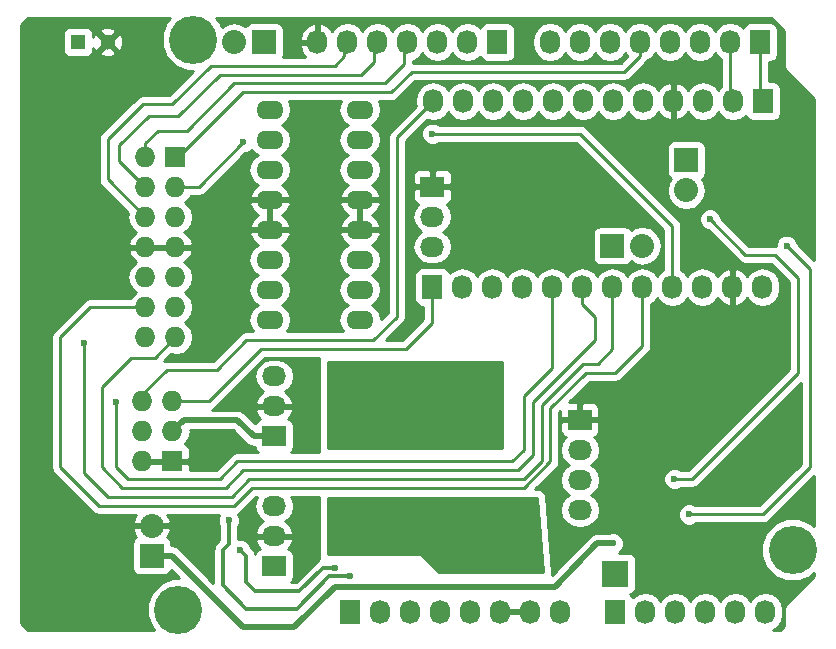
<source format=gtl>
G04 #@! TF.FileFunction,Copper,L1,Top,Signal*
%FSLAX46Y46*%
G04 Gerber Fmt 4.6, Leading zero omitted, Abs format (unit mm)*
G04 Created by KiCad (PCBNEW 4.0.5) date 01/04/17 16:34:07*
%MOMM*%
%LPD*%
G01*
G04 APERTURE LIST*
%ADD10C,0.100000*%
%ADD11C,4.064000*%
%ADD12R,1.727200X2.032000*%
%ADD13O,1.727200X2.032000*%
%ADD14R,1.300000X1.300000*%
%ADD15C,1.300000*%
%ADD16R,2.032000X1.727200*%
%ADD17O,2.032000X1.727200*%
%ADD18R,2.032000X2.032000*%
%ADD19O,2.032000X2.032000*%
%ADD20R,1.727200X1.727200*%
%ADD21O,1.727200X1.727200*%
%ADD22R,2.235200X2.235200*%
%ADD23O,2.300000X1.600000*%
%ADD24C,0.600000*%
%ADD25C,0.500000*%
%ADD26C,0.250000*%
%ADD27C,0.300000*%
%ADD28C,0.254000*%
G04 APERTURE END LIST*
D10*
D11*
X166500000Y-108000000D03*
D12*
X164000000Y-70000000D03*
D13*
X161460000Y-70000000D03*
X158920000Y-70000000D03*
X156380000Y-70000000D03*
X153840000Y-70000000D03*
X151300000Y-70000000D03*
X148760000Y-70000000D03*
X146220000Y-70000000D03*
X143680000Y-70000000D03*
X141140000Y-70000000D03*
X138600000Y-70000000D03*
X136060000Y-70000000D03*
D14*
X106000000Y-65000000D03*
D15*
X108500000Y-65000000D03*
D12*
X136000000Y-85750000D03*
D13*
X138540000Y-85750000D03*
X141080000Y-85750000D03*
X143620000Y-85750000D03*
X146160000Y-85750000D03*
X148700000Y-85750000D03*
X151240000Y-85750000D03*
X153780000Y-85750000D03*
X156320000Y-85750000D03*
X158860000Y-85750000D03*
X161400000Y-85750000D03*
X163940000Y-85750000D03*
D16*
X136000000Y-77250000D03*
D17*
X136000000Y-79790000D03*
X136000000Y-82330000D03*
D18*
X151250000Y-82250000D03*
D19*
X153790000Y-82250000D03*
D12*
X129000000Y-113250000D03*
D13*
X131540000Y-113250000D03*
X134080000Y-113250000D03*
X136620000Y-113250000D03*
X139160000Y-113250000D03*
X141700000Y-113250000D03*
X144240000Y-113250000D03*
X146780000Y-113250000D03*
D12*
X151500000Y-113250000D03*
D13*
X154040000Y-113250000D03*
X156580000Y-113250000D03*
X159120000Y-113250000D03*
X161660000Y-113250000D03*
X164200000Y-113250000D03*
D12*
X141500000Y-65000000D03*
D13*
X138960000Y-65000000D03*
X136420000Y-65000000D03*
X133880000Y-65000000D03*
X131340000Y-65000000D03*
X128800000Y-65000000D03*
X126260000Y-65000000D03*
D12*
X163750000Y-65000000D03*
D13*
X161210000Y-65000000D03*
X158670000Y-65000000D03*
X156130000Y-65000000D03*
X153590000Y-65000000D03*
X151050000Y-65000000D03*
X148510000Y-65000000D03*
X145970000Y-65000000D03*
D20*
X114000000Y-100500000D03*
D21*
X111460000Y-100500000D03*
X114000000Y-97960000D03*
X111460000Y-97960000D03*
X114000000Y-95420000D03*
X111460000Y-95420000D03*
D20*
X114250000Y-74750000D03*
D21*
X111710000Y-74750000D03*
X114250000Y-77290000D03*
X111710000Y-77290000D03*
X114250000Y-79830000D03*
X111710000Y-79830000D03*
X114250000Y-82370000D03*
X111710000Y-82370000D03*
X114250000Y-84910000D03*
X111710000Y-84910000D03*
X114250000Y-87450000D03*
X111710000Y-87450000D03*
X114250000Y-89990000D03*
X111710000Y-89990000D03*
D22*
X151500000Y-110000000D03*
D16*
X148500000Y-97000000D03*
D17*
X148500000Y-99540000D03*
X148500000Y-102080000D03*
X148500000Y-104620000D03*
D18*
X112250000Y-108500000D03*
D19*
X112250000Y-105960000D03*
D23*
X122250000Y-70750000D03*
X122250000Y-73290000D03*
X122250000Y-75830000D03*
X122250000Y-78370000D03*
X122250000Y-80910000D03*
X122250000Y-83450000D03*
X122250000Y-85990000D03*
X122250000Y-88530000D03*
X129870000Y-88530000D03*
X129870000Y-85990000D03*
X129870000Y-83450000D03*
X129870000Y-80910000D03*
X129870000Y-78370000D03*
X129870000Y-75830000D03*
X129870000Y-73290000D03*
X129870000Y-70750000D03*
D16*
X122625000Y-98375000D03*
D17*
X122625000Y-95835000D03*
X122625000Y-93295000D03*
D16*
X122625000Y-109375000D03*
D17*
X122625000Y-106835000D03*
X122625000Y-104295000D03*
D18*
X121750000Y-65000000D03*
D19*
X119210000Y-65000000D03*
D11*
X115750000Y-64800000D03*
X114500000Y-113050000D03*
D18*
X157500000Y-75000000D03*
D19*
X157500000Y-77540000D03*
D24*
X151300000Y-107450000D03*
X109250000Y-95500000D03*
X106500000Y-90500000D03*
X136000000Y-72750000D03*
X156500000Y-102000000D03*
X159500000Y-80000000D03*
X157750000Y-105000000D03*
X166000000Y-82250000D03*
X129000000Y-110250000D03*
X118750000Y-105500000D03*
X127750000Y-109500000D03*
X119750000Y-108000000D03*
X120000000Y-73500000D03*
D25*
X113950000Y-108500000D02*
X112250000Y-108500000D01*
X120000000Y-114550000D02*
X113950000Y-108500000D01*
X124250000Y-114550000D02*
X120000000Y-114550000D01*
X127749305Y-111099296D02*
X124250000Y-114550000D01*
X146356658Y-111100193D02*
X127749305Y-111099296D01*
X149956849Y-107450000D02*
X146356658Y-111100193D01*
X151300000Y-107450000D02*
X149956849Y-107450000D01*
D26*
X114000000Y-95420000D02*
X117080000Y-95420000D01*
X136000000Y-88750000D02*
X136000000Y-85750000D01*
X133750000Y-91000000D02*
X136000000Y-88750000D01*
X121500000Y-91000000D02*
X133750000Y-91000000D01*
X117080000Y-95420000D02*
X121500000Y-91000000D01*
X146160000Y-85750000D02*
X146160000Y-92590000D01*
X109250000Y-101000000D02*
X109250000Y-95500000D01*
X110250000Y-102000000D02*
X109250000Y-101000000D01*
X118000000Y-102000000D02*
X110250000Y-102000000D01*
X119500000Y-100500000D02*
X118000000Y-102000000D01*
X142750000Y-100500000D02*
X119500000Y-100500000D01*
X143750000Y-99500000D02*
X142750000Y-100500000D01*
X143750000Y-95000000D02*
X143750000Y-99500000D01*
X146160000Y-92590000D02*
X143750000Y-95000000D01*
X146160000Y-85750000D02*
X146160000Y-86340000D01*
X111710000Y-89990000D02*
X111710000Y-90040000D01*
X148700000Y-85750000D02*
X148700000Y-87200000D01*
X112490000Y-91750000D02*
X114250000Y-89990000D01*
X110500000Y-91750000D02*
X112490000Y-91750000D01*
X108000000Y-94250000D02*
X110500000Y-91750000D01*
X108000000Y-101000000D02*
X108000000Y-94250000D01*
X109750000Y-102750000D02*
X108000000Y-101000000D01*
X118500000Y-102750000D02*
X109750000Y-102750000D01*
X120000000Y-101250000D02*
X118500000Y-102750000D01*
X143250000Y-101250000D02*
X120000000Y-101250000D01*
X144500000Y-100000000D02*
X143250000Y-101250000D01*
X144500000Y-95500000D02*
X144500000Y-100000000D01*
X149750000Y-90250000D02*
X144500000Y-95500000D01*
X149750000Y-88250000D02*
X149750000Y-90250000D01*
X148700000Y-87200000D02*
X149750000Y-88250000D01*
X151240000Y-85750000D02*
X151240000Y-91010000D01*
X106500000Y-101500000D02*
X106500000Y-90500000D01*
X108500000Y-103500000D02*
X106500000Y-101500000D01*
X119000000Y-103500000D02*
X108500000Y-103500000D01*
X120500000Y-102000000D02*
X119000000Y-103500000D01*
X143750000Y-102000000D02*
X120500000Y-102000000D01*
X145250000Y-100500000D02*
X143750000Y-102000000D01*
X145250000Y-95750000D02*
X145250000Y-100500000D01*
X148750000Y-92250000D02*
X145250000Y-95750000D01*
X150000000Y-92250000D02*
X148750000Y-92250000D01*
X151240000Y-91010000D02*
X150000000Y-92250000D01*
X111710000Y-87450000D02*
X107050000Y-87450000D01*
X153780000Y-90720000D02*
X153780000Y-85750000D01*
X151500000Y-93000000D02*
X153780000Y-90720000D01*
X149000000Y-93000000D02*
X151500000Y-93000000D01*
X146000000Y-96000000D02*
X149000000Y-93000000D01*
X146000000Y-100500000D02*
X146000000Y-96000000D01*
X143750000Y-102750000D02*
X146000000Y-100500000D01*
X120750000Y-102750000D02*
X143750000Y-102750000D01*
X119250000Y-104250000D02*
X120750000Y-102750000D01*
X107750000Y-104250000D02*
X119250000Y-104250000D01*
X104500000Y-101000000D02*
X107750000Y-104250000D01*
X104500000Y-90000000D02*
X104500000Y-101000000D01*
X107050000Y-87450000D02*
X104500000Y-90000000D01*
X156320000Y-85750000D02*
X156320000Y-80570000D01*
X148500000Y-72750000D02*
X136000000Y-72750000D01*
X156320000Y-80570000D02*
X148500000Y-72750000D01*
X158000000Y-102000000D02*
X156500000Y-102000000D01*
X167000000Y-93000000D02*
X158000000Y-102000000D01*
X167000000Y-85000000D02*
X167000000Y-93000000D01*
X165000000Y-83000000D02*
X167000000Y-85000000D01*
X162500000Y-83000000D02*
X165000000Y-83000000D01*
X159500000Y-80000000D02*
X162500000Y-83000000D01*
X164000000Y-105000000D02*
X157750000Y-105000000D01*
X168000000Y-101000000D02*
X164000000Y-105000000D01*
X168000000Y-84250000D02*
X168000000Y-101000000D01*
X166000000Y-82250000D02*
X168000000Y-84250000D01*
X163750000Y-65000000D02*
X163750000Y-69750000D01*
X163750000Y-69750000D02*
X164000000Y-70000000D01*
X161210000Y-65000000D02*
X161210000Y-69750000D01*
X161210000Y-69750000D02*
X161460000Y-70000000D01*
X161460000Y-70000000D02*
X161460000Y-69710000D01*
X161250000Y-69790000D02*
X161460000Y-70000000D01*
X111460000Y-95420000D02*
X111460000Y-94790000D01*
X111460000Y-94790000D02*
X113500000Y-92750000D01*
X133000000Y-73060000D02*
X136060000Y-70000000D01*
X133000000Y-88250000D02*
X133000000Y-73060000D01*
X131000000Y-90250000D02*
X133000000Y-88250000D01*
X120250000Y-90250000D02*
X131000000Y-90250000D01*
X117750000Y-92750000D02*
X120250000Y-90250000D01*
X113500000Y-92750000D02*
X117750000Y-92750000D01*
X111460000Y-95420000D02*
X111460000Y-95290000D01*
D27*
X127250000Y-110250000D02*
X129000000Y-110250000D01*
X124500000Y-113000000D02*
X127250000Y-110250000D01*
X120250000Y-113000000D02*
X124500000Y-113000000D01*
X118250000Y-111000000D02*
X120250000Y-113000000D01*
X118250000Y-108000000D02*
X118250000Y-111000000D01*
X118750000Y-107500000D02*
X118250000Y-108000000D01*
X118750000Y-105500000D02*
X118750000Y-107500000D01*
X126750000Y-109500000D02*
X127750000Y-109500000D01*
X124750000Y-111500000D02*
X126750000Y-109500000D01*
X121000000Y-111500000D02*
X124750000Y-111500000D01*
X120250000Y-110750000D02*
X121000000Y-111500000D01*
X120250000Y-108500000D02*
X120250000Y-110750000D01*
X119750000Y-108000000D02*
X120250000Y-108500000D01*
D26*
X116210000Y-77290000D02*
X114250000Y-77290000D01*
X120000000Y-73500000D02*
X116210000Y-77290000D01*
X114580000Y-79500000D02*
X114250000Y-79830000D01*
X133630000Y-65000000D02*
X133630000Y-66870000D01*
X111710000Y-73540000D02*
X111710000Y-74750000D01*
X112750000Y-72500000D02*
X111710000Y-73540000D01*
X115250000Y-72500000D02*
X112750000Y-72500000D01*
X119250000Y-68500000D02*
X115250000Y-72500000D01*
X132000000Y-68500000D02*
X119250000Y-68500000D01*
X133630000Y-66870000D02*
X132000000Y-68500000D01*
X131090000Y-65000000D02*
X131090000Y-66660000D01*
X109500000Y-75080000D02*
X111710000Y-77290000D01*
X109500000Y-73750000D02*
X109500000Y-75080000D01*
X112000000Y-71250000D02*
X109500000Y-73750000D01*
X114500000Y-71250000D02*
X112000000Y-71250000D01*
X118000000Y-67750000D02*
X114500000Y-71250000D01*
X130000000Y-67750000D02*
X118000000Y-67750000D01*
X131090000Y-66660000D02*
X130000000Y-67750000D01*
X130840000Y-65000000D02*
X130840000Y-65410000D01*
X128550000Y-65000000D02*
X128550000Y-66200000D01*
X108500000Y-76620000D02*
X111710000Y-79830000D01*
X108500000Y-73250000D02*
X108500000Y-76620000D01*
X111500000Y-70250000D02*
X108500000Y-73250000D01*
X114000000Y-70250000D02*
X111500000Y-70250000D01*
X117250000Y-67000000D02*
X114000000Y-70250000D01*
X127750000Y-67000000D02*
X117250000Y-67000000D01*
X128550000Y-66200000D02*
X127750000Y-67000000D01*
X128300000Y-65000000D02*
X128300000Y-65700000D01*
X114250000Y-74750000D02*
X114500000Y-74750000D01*
X114500000Y-74750000D02*
X120000000Y-69250000D01*
X120000000Y-69250000D02*
X132500000Y-69250000D01*
X132500000Y-69250000D02*
X134250000Y-67500000D01*
X134250000Y-67500000D02*
X152250000Y-67500000D01*
X152250000Y-67500000D02*
X153590000Y-66160000D01*
X153590000Y-66160000D02*
X153590000Y-65000000D01*
X153590000Y-65000000D02*
X153590000Y-65910000D01*
D25*
X122625000Y-98375000D02*
X120875000Y-98375000D01*
X114960000Y-97000000D02*
X114000000Y-97960000D01*
X119500000Y-97000000D02*
X114960000Y-97000000D01*
X120875000Y-98375000D02*
X119500000Y-97000000D01*
X114415000Y-98375000D02*
X114000000Y-97960000D01*
D26*
X122210000Y-97960000D02*
X122625000Y-98375000D01*
X111460000Y-97960000D02*
X110790000Y-97960000D01*
D28*
G36*
X113490345Y-63287293D02*
X113083464Y-64267173D01*
X113082538Y-65328172D01*
X113487709Y-66308761D01*
X114237293Y-67059655D01*
X115217173Y-67466536D01*
X115708233Y-67466965D01*
X113685198Y-69490000D01*
X111500000Y-69490000D01*
X111209161Y-69547852D01*
X110962599Y-69712599D01*
X107962599Y-72712599D01*
X107797852Y-72959161D01*
X107740000Y-73250000D01*
X107740000Y-76620000D01*
X107797852Y-76910839D01*
X107962599Y-77157401D01*
X110257225Y-79452027D01*
X110182041Y-79830000D01*
X110296115Y-80403489D01*
X110620971Y-80889670D01*
X110944228Y-81105664D01*
X110821510Y-81163179D01*
X110427312Y-81595053D01*
X110255042Y-82010974D01*
X110376183Y-82243000D01*
X111583000Y-82243000D01*
X111583000Y-82223000D01*
X111837000Y-82223000D01*
X111837000Y-82243000D01*
X114123000Y-82243000D01*
X114123000Y-82223000D01*
X114377000Y-82223000D01*
X114377000Y-82243000D01*
X115583817Y-82243000D01*
X115704958Y-82010974D01*
X115532688Y-81595053D01*
X115138490Y-81163179D01*
X115015772Y-81105664D01*
X115339029Y-80889670D01*
X115663885Y-80403489D01*
X115777959Y-79830000D01*
X115663885Y-79256511D01*
X115339029Y-78770330D01*
X115262267Y-78719039D01*
X120508096Y-78719039D01*
X120525633Y-78801819D01*
X120795500Y-79294896D01*
X121224607Y-79640000D01*
X120795500Y-79985104D01*
X120525633Y-80478181D01*
X120508096Y-80560961D01*
X120630085Y-80783000D01*
X122123000Y-80783000D01*
X122123000Y-78497000D01*
X122377000Y-78497000D01*
X122377000Y-80783000D01*
X123869915Y-80783000D01*
X123991904Y-80560961D01*
X123974367Y-80478181D01*
X123704500Y-79985104D01*
X123275393Y-79640000D01*
X123704500Y-79294896D01*
X123974367Y-78801819D01*
X123991904Y-78719039D01*
X128128096Y-78719039D01*
X128145633Y-78801819D01*
X128415500Y-79294896D01*
X128844607Y-79640000D01*
X128415500Y-79985104D01*
X128145633Y-80478181D01*
X128128096Y-80560961D01*
X128250085Y-80783000D01*
X129743000Y-80783000D01*
X129743000Y-78497000D01*
X129997000Y-78497000D01*
X129997000Y-80783000D01*
X131489915Y-80783000D01*
X131611904Y-80560961D01*
X131594367Y-80478181D01*
X131324500Y-79985104D01*
X130895393Y-79640000D01*
X131324500Y-79294896D01*
X131594367Y-78801819D01*
X131611904Y-78719039D01*
X131489915Y-78497000D01*
X129997000Y-78497000D01*
X129743000Y-78497000D01*
X128250085Y-78497000D01*
X128128096Y-78719039D01*
X123991904Y-78719039D01*
X123869915Y-78497000D01*
X122377000Y-78497000D01*
X122123000Y-78497000D01*
X120630085Y-78497000D01*
X120508096Y-78719039D01*
X115262267Y-78719039D01*
X115024248Y-78560000D01*
X115339029Y-78349670D01*
X115539262Y-78050000D01*
X116210000Y-78050000D01*
X116500839Y-77992148D01*
X116747401Y-77827401D01*
X120139680Y-74435122D01*
X120185167Y-74435162D01*
X120528943Y-74293117D01*
X120717094Y-74105294D01*
X120850332Y-74304698D01*
X121232418Y-74560000D01*
X120850332Y-74815302D01*
X120539263Y-75280849D01*
X120430030Y-75830000D01*
X120539263Y-76379151D01*
X120850332Y-76844698D01*
X121228151Y-77097149D01*
X120795500Y-77445104D01*
X120525633Y-77938181D01*
X120508096Y-78020961D01*
X120630085Y-78243000D01*
X122123000Y-78243000D01*
X122123000Y-78223000D01*
X122377000Y-78223000D01*
X122377000Y-78243000D01*
X123869915Y-78243000D01*
X123991904Y-78020961D01*
X123974367Y-77938181D01*
X123704500Y-77445104D01*
X123271849Y-77097149D01*
X123649668Y-76844698D01*
X123960737Y-76379151D01*
X124069970Y-75830000D01*
X123960737Y-75280849D01*
X123649668Y-74815302D01*
X123267582Y-74560000D01*
X123649668Y-74304698D01*
X123960737Y-73839151D01*
X124069970Y-73290000D01*
X123960737Y-72740849D01*
X123649668Y-72275302D01*
X123267582Y-72020000D01*
X123649668Y-71764698D01*
X123960737Y-71299151D01*
X124069970Y-70750000D01*
X123960737Y-70200849D01*
X123833216Y-70010000D01*
X128286784Y-70010000D01*
X128159263Y-70200849D01*
X128050030Y-70750000D01*
X128159263Y-71299151D01*
X128470332Y-71764698D01*
X128852418Y-72020000D01*
X128470332Y-72275302D01*
X128159263Y-72740849D01*
X128050030Y-73290000D01*
X128159263Y-73839151D01*
X128470332Y-74304698D01*
X128852418Y-74560000D01*
X128470332Y-74815302D01*
X128159263Y-75280849D01*
X128050030Y-75830000D01*
X128159263Y-76379151D01*
X128470332Y-76844698D01*
X128848151Y-77097149D01*
X128415500Y-77445104D01*
X128145633Y-77938181D01*
X128128096Y-78020961D01*
X128250085Y-78243000D01*
X129743000Y-78243000D01*
X129743000Y-78223000D01*
X129997000Y-78223000D01*
X129997000Y-78243000D01*
X131489915Y-78243000D01*
X131611904Y-78020961D01*
X131594367Y-77938181D01*
X131324500Y-77445104D01*
X130891849Y-77097149D01*
X131269668Y-76844698D01*
X131580737Y-76379151D01*
X131689970Y-75830000D01*
X131580737Y-75280849D01*
X131269668Y-74815302D01*
X130887582Y-74560000D01*
X131269668Y-74304698D01*
X131580737Y-73839151D01*
X131689970Y-73290000D01*
X131580737Y-72740849D01*
X131269668Y-72275302D01*
X130887582Y-72020000D01*
X131269668Y-71764698D01*
X131580737Y-71299151D01*
X131689970Y-70750000D01*
X131580737Y-70200849D01*
X131453216Y-70010000D01*
X132500000Y-70010000D01*
X132790839Y-69952148D01*
X133037401Y-69787401D01*
X134564802Y-68260000D01*
X152250000Y-68260000D01*
X152540839Y-68202148D01*
X152787401Y-68037401D01*
X154127401Y-66697401D01*
X154252961Y-66509488D01*
X154649670Y-66244415D01*
X154860000Y-65929634D01*
X155070330Y-66244415D01*
X155556511Y-66569271D01*
X156130000Y-66683345D01*
X156703489Y-66569271D01*
X157189670Y-66244415D01*
X157400000Y-65929634D01*
X157610330Y-66244415D01*
X158096511Y-66569271D01*
X158670000Y-66683345D01*
X159243489Y-66569271D01*
X159729670Y-66244415D01*
X159940000Y-65929634D01*
X160150330Y-66244415D01*
X160450000Y-66444648D01*
X160450000Y-68722397D01*
X160400330Y-68755585D01*
X160190000Y-69070366D01*
X159979670Y-68755585D01*
X159493489Y-68430729D01*
X158920000Y-68316655D01*
X158346511Y-68430729D01*
X157860330Y-68755585D01*
X157653539Y-69065069D01*
X157282036Y-68649268D01*
X156754791Y-68395291D01*
X156739026Y-68392642D01*
X156507000Y-68513783D01*
X156507000Y-69873000D01*
X156527000Y-69873000D01*
X156527000Y-70127000D01*
X156507000Y-70127000D01*
X156507000Y-71486217D01*
X156739026Y-71607358D01*
X156754791Y-71604709D01*
X157282036Y-71350732D01*
X157653539Y-70934931D01*
X157860330Y-71244415D01*
X158346511Y-71569271D01*
X158920000Y-71683345D01*
X159493489Y-71569271D01*
X159979670Y-71244415D01*
X160190000Y-70929634D01*
X160400330Y-71244415D01*
X160886511Y-71569271D01*
X161460000Y-71683345D01*
X162033489Y-71569271D01*
X162519670Y-71244415D01*
X162529243Y-71230087D01*
X162533238Y-71251317D01*
X162672310Y-71467441D01*
X162884510Y-71612431D01*
X163136400Y-71663440D01*
X164863600Y-71663440D01*
X165098917Y-71619162D01*
X165315041Y-71480090D01*
X165460031Y-71267890D01*
X165511040Y-71016000D01*
X165511040Y-68984000D01*
X165466762Y-68748683D01*
X165327690Y-68532559D01*
X165115490Y-68387569D01*
X164863600Y-68336560D01*
X164510000Y-68336560D01*
X164510000Y-66663440D01*
X164613600Y-66663440D01*
X164848917Y-66619162D01*
X165065041Y-66480090D01*
X165210031Y-66267890D01*
X165261040Y-66016000D01*
X165261040Y-63984000D01*
X165216762Y-63748683D01*
X165077690Y-63532559D01*
X164865490Y-63387569D01*
X164613600Y-63336560D01*
X162886400Y-63336560D01*
X162651083Y-63380838D01*
X162434959Y-63519910D01*
X162289969Y-63732110D01*
X162281600Y-63773439D01*
X162269670Y-63755585D01*
X161783489Y-63430729D01*
X161210000Y-63316655D01*
X160636511Y-63430729D01*
X160150330Y-63755585D01*
X159940000Y-64070366D01*
X159729670Y-63755585D01*
X159243489Y-63430729D01*
X158670000Y-63316655D01*
X158096511Y-63430729D01*
X157610330Y-63755585D01*
X157400000Y-64070366D01*
X157189670Y-63755585D01*
X156703489Y-63430729D01*
X156130000Y-63316655D01*
X155556511Y-63430729D01*
X155070330Y-63755585D01*
X154860000Y-64070366D01*
X154649670Y-63755585D01*
X154163489Y-63430729D01*
X153590000Y-63316655D01*
X153016511Y-63430729D01*
X152530330Y-63755585D01*
X152320000Y-64070366D01*
X152109670Y-63755585D01*
X151623489Y-63430729D01*
X151050000Y-63316655D01*
X150476511Y-63430729D01*
X149990330Y-63755585D01*
X149780000Y-64070366D01*
X149569670Y-63755585D01*
X149083489Y-63430729D01*
X148510000Y-63316655D01*
X147936511Y-63430729D01*
X147450330Y-63755585D01*
X147240000Y-64070366D01*
X147029670Y-63755585D01*
X146543489Y-63430729D01*
X145970000Y-63316655D01*
X145396511Y-63430729D01*
X144910330Y-63755585D01*
X144585474Y-64241766D01*
X144471400Y-64815255D01*
X144471400Y-65184745D01*
X144585474Y-65758234D01*
X144910330Y-66244415D01*
X145396511Y-66569271D01*
X145970000Y-66683345D01*
X146543489Y-66569271D01*
X147029670Y-66244415D01*
X147240000Y-65929634D01*
X147450330Y-66244415D01*
X147936511Y-66569271D01*
X148510000Y-66683345D01*
X149083489Y-66569271D01*
X149569670Y-66244415D01*
X149780000Y-65929634D01*
X149990330Y-66244415D01*
X150476511Y-66569271D01*
X151050000Y-66683345D01*
X151623489Y-66569271D01*
X152109670Y-66244415D01*
X152320000Y-65929634D01*
X152490457Y-66184741D01*
X151935198Y-66740000D01*
X134390000Y-66740000D01*
X134390000Y-66581900D01*
X134453489Y-66569271D01*
X134939670Y-66244415D01*
X135150000Y-65929634D01*
X135360330Y-66244415D01*
X135846511Y-66569271D01*
X136420000Y-66683345D01*
X136993489Y-66569271D01*
X137479670Y-66244415D01*
X137690000Y-65929634D01*
X137900330Y-66244415D01*
X138386511Y-66569271D01*
X138960000Y-66683345D01*
X139533489Y-66569271D01*
X140019670Y-66244415D01*
X140029243Y-66230087D01*
X140033238Y-66251317D01*
X140172310Y-66467441D01*
X140384510Y-66612431D01*
X140636400Y-66663440D01*
X142363600Y-66663440D01*
X142598917Y-66619162D01*
X142815041Y-66480090D01*
X142960031Y-66267890D01*
X143011040Y-66016000D01*
X143011040Y-63984000D01*
X142966762Y-63748683D01*
X142827690Y-63532559D01*
X142615490Y-63387569D01*
X142363600Y-63336560D01*
X140636400Y-63336560D01*
X140401083Y-63380838D01*
X140184959Y-63519910D01*
X140039969Y-63732110D01*
X140031600Y-63773439D01*
X140019670Y-63755585D01*
X139533489Y-63430729D01*
X138960000Y-63316655D01*
X138386511Y-63430729D01*
X137900330Y-63755585D01*
X137690000Y-64070366D01*
X137479670Y-63755585D01*
X136993489Y-63430729D01*
X136420000Y-63316655D01*
X135846511Y-63430729D01*
X135360330Y-63755585D01*
X135150000Y-64070366D01*
X134939670Y-63755585D01*
X134453489Y-63430729D01*
X133880000Y-63316655D01*
X133306511Y-63430729D01*
X132820330Y-63755585D01*
X132610000Y-64070366D01*
X132399670Y-63755585D01*
X131913489Y-63430729D01*
X131340000Y-63316655D01*
X130766511Y-63430729D01*
X130280330Y-63755585D01*
X130070000Y-64070366D01*
X129859670Y-63755585D01*
X129373489Y-63430729D01*
X128800000Y-63316655D01*
X128226511Y-63430729D01*
X127740330Y-63755585D01*
X127533539Y-64065069D01*
X127162036Y-63649268D01*
X126634791Y-63395291D01*
X126619026Y-63392642D01*
X126387000Y-63513783D01*
X126387000Y-64873000D01*
X126407000Y-64873000D01*
X126407000Y-65127000D01*
X126387000Y-65127000D01*
X126387000Y-65147000D01*
X126133000Y-65147000D01*
X126133000Y-65127000D01*
X124919076Y-65127000D01*
X124774816Y-65361913D01*
X124968046Y-65914320D01*
X125259029Y-66240000D01*
X123368079Y-66240000D01*
X123413440Y-66016000D01*
X123413440Y-64638087D01*
X124774816Y-64638087D01*
X124919076Y-64873000D01*
X126133000Y-64873000D01*
X126133000Y-63513783D01*
X125900974Y-63392642D01*
X125885209Y-63395291D01*
X125357964Y-63649268D01*
X124968046Y-64085680D01*
X124774816Y-64638087D01*
X123413440Y-64638087D01*
X123413440Y-63984000D01*
X123369162Y-63748683D01*
X123230090Y-63532559D01*
X123017890Y-63387569D01*
X122766000Y-63336560D01*
X120734000Y-63336560D01*
X120498683Y-63380838D01*
X120282559Y-63519910D01*
X120180802Y-63668837D01*
X119841810Y-63442330D01*
X119210000Y-63316655D01*
X118578190Y-63442330D01*
X118183648Y-63705955D01*
X118012291Y-63291239D01*
X117681630Y-62960000D01*
X164705908Y-62960000D01*
X165790000Y-64044092D01*
X165790000Y-67000000D01*
X165844046Y-67271705D01*
X165997954Y-67502046D01*
X168290000Y-69794092D01*
X168290000Y-83465198D01*
X166935122Y-82110320D01*
X166935162Y-82064833D01*
X166793117Y-81721057D01*
X166530327Y-81457808D01*
X166186799Y-81315162D01*
X165814833Y-81314838D01*
X165471057Y-81456883D01*
X165207808Y-81719673D01*
X165065162Y-82063201D01*
X165064997Y-82252929D01*
X165000000Y-82240000D01*
X162814802Y-82240000D01*
X160435122Y-79860320D01*
X160435162Y-79814833D01*
X160293117Y-79471057D01*
X160030327Y-79207808D01*
X159686799Y-79065162D01*
X159314833Y-79064838D01*
X158971057Y-79206883D01*
X158707808Y-79469673D01*
X158565162Y-79813201D01*
X158564838Y-80185167D01*
X158706883Y-80528943D01*
X158969673Y-80792192D01*
X159313201Y-80934838D01*
X159360077Y-80934879D01*
X161962599Y-83537401D01*
X162209161Y-83702148D01*
X162500000Y-83760000D01*
X164685198Y-83760000D01*
X166240000Y-85314802D01*
X166240000Y-92685198D01*
X157685198Y-101240000D01*
X157062463Y-101240000D01*
X157030327Y-101207808D01*
X156686799Y-101065162D01*
X156314833Y-101064838D01*
X155971057Y-101206883D01*
X155707808Y-101469673D01*
X155565162Y-101813201D01*
X155564838Y-102185167D01*
X155706883Y-102528943D01*
X155969673Y-102792192D01*
X156313201Y-102934838D01*
X156685167Y-102935162D01*
X157028943Y-102793117D01*
X157062118Y-102760000D01*
X158000000Y-102760000D01*
X158290839Y-102702148D01*
X158537401Y-102537401D01*
X167240000Y-93834802D01*
X167240000Y-100685198D01*
X163685198Y-104240000D01*
X158312463Y-104240000D01*
X158280327Y-104207808D01*
X157936799Y-104065162D01*
X157564833Y-104064838D01*
X157221057Y-104206883D01*
X156957808Y-104469673D01*
X156815162Y-104813201D01*
X156814838Y-105185167D01*
X156956883Y-105528943D01*
X157219673Y-105792192D01*
X157563201Y-105934838D01*
X157935167Y-105935162D01*
X158278943Y-105793117D01*
X158312118Y-105760000D01*
X164000000Y-105760000D01*
X164290839Y-105702148D01*
X164537401Y-105537401D01*
X168290000Y-101784802D01*
X168290000Y-106018123D01*
X168012707Y-105740345D01*
X167032827Y-105333464D01*
X165971828Y-105332538D01*
X164991239Y-105737709D01*
X164240345Y-106487293D01*
X163833464Y-107467173D01*
X163832538Y-108528172D01*
X164237709Y-109508761D01*
X164987293Y-110259655D01*
X165967173Y-110666536D01*
X167028172Y-110667462D01*
X168008761Y-110262291D01*
X168290000Y-109981543D01*
X168290000Y-110205908D01*
X165997954Y-112497954D01*
X165844046Y-112728295D01*
X165790000Y-113000000D01*
X165790000Y-114455908D01*
X165455908Y-114790000D01*
X164817296Y-114790000D01*
X165259670Y-114494415D01*
X165584526Y-114008234D01*
X165698600Y-113434745D01*
X165698600Y-113065255D01*
X165584526Y-112491766D01*
X165259670Y-112005585D01*
X164773489Y-111680729D01*
X164200000Y-111566655D01*
X163626511Y-111680729D01*
X163140330Y-112005585D01*
X162930000Y-112320366D01*
X162719670Y-112005585D01*
X162233489Y-111680729D01*
X161660000Y-111566655D01*
X161086511Y-111680729D01*
X160600330Y-112005585D01*
X160390000Y-112320366D01*
X160179670Y-112005585D01*
X159693489Y-111680729D01*
X159120000Y-111566655D01*
X158546511Y-111680729D01*
X158060330Y-112005585D01*
X157850000Y-112320366D01*
X157639670Y-112005585D01*
X157153489Y-111680729D01*
X156580000Y-111566655D01*
X156006511Y-111680729D01*
X155520330Y-112005585D01*
X155310000Y-112320366D01*
X155099670Y-112005585D01*
X154613489Y-111680729D01*
X154040000Y-111566655D01*
X153466511Y-111680729D01*
X152980330Y-112005585D01*
X152970757Y-112019913D01*
X152966762Y-111998683D01*
X152827690Y-111782559D01*
X152762223Y-111737827D01*
X152852917Y-111720762D01*
X153069041Y-111581690D01*
X153214031Y-111369490D01*
X153265040Y-111117600D01*
X153265040Y-108882400D01*
X153220762Y-108647083D01*
X153081690Y-108430959D01*
X152869490Y-108285969D01*
X152617600Y-108234960D01*
X151837114Y-108234960D01*
X152092192Y-107980327D01*
X152234838Y-107636799D01*
X152235162Y-107264833D01*
X152093117Y-106921057D01*
X151830327Y-106657808D01*
X151486799Y-106515162D01*
X151114833Y-106514838D01*
X150993431Y-106565000D01*
X149956849Y-106565000D01*
X149953802Y-106565606D01*
X149950746Y-106565020D01*
X149784510Y-106599281D01*
X149618174Y-106632367D01*
X149615589Y-106634095D01*
X149612544Y-106634722D01*
X149472197Y-106729905D01*
X149331059Y-106824210D01*
X149329330Y-106826797D01*
X149326759Y-106828541D01*
X146116839Y-110083043D01*
X146133130Y-109951298D01*
X145633130Y-103451298D01*
X145591573Y-103269205D01*
X145455173Y-103057233D01*
X145247051Y-102915029D01*
X145000000Y-102865000D01*
X144709802Y-102865000D01*
X146537401Y-101037401D01*
X146702148Y-100790839D01*
X146760000Y-100500000D01*
X146760000Y-99540000D01*
X146816655Y-99540000D01*
X146930729Y-100113489D01*
X147255585Y-100599670D01*
X147570366Y-100810000D01*
X147255585Y-101020330D01*
X146930729Y-101506511D01*
X146816655Y-102080000D01*
X146930729Y-102653489D01*
X147255585Y-103139670D01*
X147570366Y-103350000D01*
X147255585Y-103560330D01*
X146930729Y-104046511D01*
X146816655Y-104620000D01*
X146930729Y-105193489D01*
X147255585Y-105679670D01*
X147741766Y-106004526D01*
X148315255Y-106118600D01*
X148684745Y-106118600D01*
X149258234Y-106004526D01*
X149744415Y-105679670D01*
X150069271Y-105193489D01*
X150183345Y-104620000D01*
X150069271Y-104046511D01*
X149744415Y-103560330D01*
X149429634Y-103350000D01*
X149744415Y-103139670D01*
X150069271Y-102653489D01*
X150183345Y-102080000D01*
X150069271Y-101506511D01*
X149744415Y-101020330D01*
X149429634Y-100810000D01*
X149744415Y-100599670D01*
X150069271Y-100113489D01*
X150183345Y-99540000D01*
X150069271Y-98966511D01*
X149744415Y-98480330D01*
X149722220Y-98465500D01*
X149875698Y-98401927D01*
X150054327Y-98223299D01*
X150151000Y-97989910D01*
X150151000Y-97285750D01*
X149992250Y-97127000D01*
X148627000Y-97127000D01*
X148627000Y-97147000D01*
X148373000Y-97147000D01*
X148373000Y-97127000D01*
X147007750Y-97127000D01*
X146849000Y-97285750D01*
X146849000Y-97989910D01*
X146945673Y-98223299D01*
X147124302Y-98401927D01*
X147277780Y-98465500D01*
X147255585Y-98480330D01*
X146930729Y-98966511D01*
X146816655Y-99540000D01*
X146760000Y-99540000D01*
X146760000Y-96314802D01*
X146849000Y-96225802D01*
X146849000Y-96714250D01*
X147007750Y-96873000D01*
X148373000Y-96873000D01*
X148373000Y-95660150D01*
X148627000Y-95660150D01*
X148627000Y-96873000D01*
X149992250Y-96873000D01*
X150151000Y-96714250D01*
X150151000Y-96010090D01*
X150054327Y-95776701D01*
X149875698Y-95598073D01*
X149642309Y-95501400D01*
X148785750Y-95501400D01*
X148627000Y-95660150D01*
X148373000Y-95660150D01*
X148214250Y-95501400D01*
X147573402Y-95501400D01*
X149314802Y-93760000D01*
X151500000Y-93760000D01*
X151790839Y-93702148D01*
X152037401Y-93537401D01*
X154317401Y-91257401D01*
X154482148Y-91010839D01*
X154540000Y-90720000D01*
X154540000Y-87194648D01*
X154839670Y-86994415D01*
X155050000Y-86679634D01*
X155260330Y-86994415D01*
X155746511Y-87319271D01*
X156320000Y-87433345D01*
X156893489Y-87319271D01*
X157379670Y-86994415D01*
X157590000Y-86679634D01*
X157800330Y-86994415D01*
X158286511Y-87319271D01*
X158860000Y-87433345D01*
X159433489Y-87319271D01*
X159919670Y-86994415D01*
X160126461Y-86684931D01*
X160497964Y-87100732D01*
X161025209Y-87354709D01*
X161040974Y-87357358D01*
X161273000Y-87236217D01*
X161273000Y-85877000D01*
X161253000Y-85877000D01*
X161253000Y-85623000D01*
X161273000Y-85623000D01*
X161273000Y-84263783D01*
X161527000Y-84263783D01*
X161527000Y-85623000D01*
X161547000Y-85623000D01*
X161547000Y-85877000D01*
X161527000Y-85877000D01*
X161527000Y-87236217D01*
X161759026Y-87357358D01*
X161774791Y-87354709D01*
X162302036Y-87100732D01*
X162673539Y-86684931D01*
X162880330Y-86994415D01*
X163366511Y-87319271D01*
X163940000Y-87433345D01*
X164513489Y-87319271D01*
X164999670Y-86994415D01*
X165324526Y-86508234D01*
X165438600Y-85934745D01*
X165438600Y-85565255D01*
X165324526Y-84991766D01*
X164999670Y-84505585D01*
X164513489Y-84180729D01*
X163940000Y-84066655D01*
X163366511Y-84180729D01*
X162880330Y-84505585D01*
X162673539Y-84815069D01*
X162302036Y-84399268D01*
X161774791Y-84145291D01*
X161759026Y-84142642D01*
X161527000Y-84263783D01*
X161273000Y-84263783D01*
X161040974Y-84142642D01*
X161025209Y-84145291D01*
X160497964Y-84399268D01*
X160126461Y-84815069D01*
X159919670Y-84505585D01*
X159433489Y-84180729D01*
X158860000Y-84066655D01*
X158286511Y-84180729D01*
X157800330Y-84505585D01*
X157590000Y-84820366D01*
X157379670Y-84505585D01*
X157080000Y-84305352D01*
X157080000Y-80570000D01*
X157022148Y-80279161D01*
X156857401Y-80032599D01*
X150808802Y-73984000D01*
X155836560Y-73984000D01*
X155836560Y-76016000D01*
X155880838Y-76251317D01*
X156019910Y-76467441D01*
X156176206Y-76574233D01*
X155974675Y-76875845D01*
X155849000Y-77507655D01*
X155849000Y-77572345D01*
X155974675Y-78204155D01*
X156332567Y-78739778D01*
X156868190Y-79097670D01*
X157500000Y-79223345D01*
X158131810Y-79097670D01*
X158667433Y-78739778D01*
X159025325Y-78204155D01*
X159151000Y-77572345D01*
X159151000Y-77507655D01*
X159025325Y-76875845D01*
X158822996Y-76573038D01*
X158967441Y-76480090D01*
X159112431Y-76267890D01*
X159163440Y-76016000D01*
X159163440Y-73984000D01*
X159119162Y-73748683D01*
X158980090Y-73532559D01*
X158767890Y-73387569D01*
X158516000Y-73336560D01*
X156484000Y-73336560D01*
X156248683Y-73380838D01*
X156032559Y-73519910D01*
X155887569Y-73732110D01*
X155836560Y-73984000D01*
X150808802Y-73984000D01*
X149037401Y-72212599D01*
X148790839Y-72047852D01*
X148500000Y-71990000D01*
X136562463Y-71990000D01*
X136530327Y-71957808D01*
X136186799Y-71815162D01*
X135814833Y-71814838D01*
X135471057Y-71956883D01*
X135207808Y-72219673D01*
X135065162Y-72563201D01*
X135064838Y-72935167D01*
X135206883Y-73278943D01*
X135469673Y-73542192D01*
X135813201Y-73684838D01*
X136185167Y-73685162D01*
X136528943Y-73543117D01*
X136562118Y-73510000D01*
X148185198Y-73510000D01*
X155560000Y-80884802D01*
X155560000Y-84305352D01*
X155260330Y-84505585D01*
X155050000Y-84820366D01*
X154839670Y-84505585D01*
X154353489Y-84180729D01*
X153780000Y-84066655D01*
X153206511Y-84180729D01*
X152720330Y-84505585D01*
X152510000Y-84820366D01*
X152299670Y-84505585D01*
X151813489Y-84180729D01*
X151240000Y-84066655D01*
X150666511Y-84180729D01*
X150180330Y-84505585D01*
X149970000Y-84820366D01*
X149759670Y-84505585D01*
X149273489Y-84180729D01*
X148700000Y-84066655D01*
X148126511Y-84180729D01*
X147640330Y-84505585D01*
X147430000Y-84820366D01*
X147219670Y-84505585D01*
X146733489Y-84180729D01*
X146160000Y-84066655D01*
X145586511Y-84180729D01*
X145100330Y-84505585D01*
X144890000Y-84820366D01*
X144679670Y-84505585D01*
X144193489Y-84180729D01*
X143620000Y-84066655D01*
X143046511Y-84180729D01*
X142560330Y-84505585D01*
X142350000Y-84820366D01*
X142139670Y-84505585D01*
X141653489Y-84180729D01*
X141080000Y-84066655D01*
X140506511Y-84180729D01*
X140020330Y-84505585D01*
X139810000Y-84820366D01*
X139599670Y-84505585D01*
X139113489Y-84180729D01*
X138540000Y-84066655D01*
X137966511Y-84180729D01*
X137480330Y-84505585D01*
X137470757Y-84519913D01*
X137466762Y-84498683D01*
X137327690Y-84282559D01*
X137115490Y-84137569D01*
X136863600Y-84086560D01*
X135136400Y-84086560D01*
X134901083Y-84130838D01*
X134684959Y-84269910D01*
X134539969Y-84482110D01*
X134488960Y-84734000D01*
X134488960Y-86766000D01*
X134533238Y-87001317D01*
X134672310Y-87217441D01*
X134884510Y-87362431D01*
X135136400Y-87413440D01*
X135240000Y-87413440D01*
X135240000Y-88435198D01*
X133435198Y-90240000D01*
X132084802Y-90240000D01*
X133537401Y-88787401D01*
X133702148Y-88540839D01*
X133760000Y-88250000D01*
X133760000Y-79790000D01*
X134316655Y-79790000D01*
X134430729Y-80363489D01*
X134755585Y-80849670D01*
X135070366Y-81060000D01*
X134755585Y-81270330D01*
X134430729Y-81756511D01*
X134316655Y-82330000D01*
X134430729Y-82903489D01*
X134755585Y-83389670D01*
X135241766Y-83714526D01*
X135815255Y-83828600D01*
X136184745Y-83828600D01*
X136758234Y-83714526D01*
X137244415Y-83389670D01*
X137569271Y-82903489D01*
X137683345Y-82330000D01*
X137569271Y-81756511D01*
X137244415Y-81270330D01*
X137190044Y-81234000D01*
X149586560Y-81234000D01*
X149586560Y-83266000D01*
X149630838Y-83501317D01*
X149769910Y-83717441D01*
X149982110Y-83862431D01*
X150234000Y-83913440D01*
X152266000Y-83913440D01*
X152501317Y-83869162D01*
X152717441Y-83730090D01*
X152819198Y-83581163D01*
X153158190Y-83807670D01*
X153790000Y-83933345D01*
X154421810Y-83807670D01*
X154957433Y-83449778D01*
X155315325Y-82914155D01*
X155441000Y-82282345D01*
X155441000Y-82217655D01*
X155315325Y-81585845D01*
X154957433Y-81050222D01*
X154421810Y-80692330D01*
X153790000Y-80566655D01*
X153158190Y-80692330D01*
X152818208Y-80919499D01*
X152730090Y-80782559D01*
X152517890Y-80637569D01*
X152266000Y-80586560D01*
X150234000Y-80586560D01*
X149998683Y-80630838D01*
X149782559Y-80769910D01*
X149637569Y-80982110D01*
X149586560Y-81234000D01*
X137190044Y-81234000D01*
X136929634Y-81060000D01*
X137244415Y-80849670D01*
X137569271Y-80363489D01*
X137683345Y-79790000D01*
X137569271Y-79216511D01*
X137244415Y-78730330D01*
X137222220Y-78715500D01*
X137375698Y-78651927D01*
X137554327Y-78473299D01*
X137651000Y-78239910D01*
X137651000Y-77535750D01*
X137492250Y-77377000D01*
X136127000Y-77377000D01*
X136127000Y-77397000D01*
X135873000Y-77397000D01*
X135873000Y-77377000D01*
X134507750Y-77377000D01*
X134349000Y-77535750D01*
X134349000Y-78239910D01*
X134445673Y-78473299D01*
X134624302Y-78651927D01*
X134777780Y-78715500D01*
X134755585Y-78730330D01*
X134430729Y-79216511D01*
X134316655Y-79790000D01*
X133760000Y-79790000D01*
X133760000Y-76260090D01*
X134349000Y-76260090D01*
X134349000Y-76964250D01*
X134507750Y-77123000D01*
X135873000Y-77123000D01*
X135873000Y-75910150D01*
X136127000Y-75910150D01*
X136127000Y-77123000D01*
X137492250Y-77123000D01*
X137651000Y-76964250D01*
X137651000Y-76260090D01*
X137554327Y-76026701D01*
X137375698Y-75848073D01*
X137142309Y-75751400D01*
X136285750Y-75751400D01*
X136127000Y-75910150D01*
X135873000Y-75910150D01*
X135714250Y-75751400D01*
X134857691Y-75751400D01*
X134624302Y-75848073D01*
X134445673Y-76026701D01*
X134349000Y-76260090D01*
X133760000Y-76260090D01*
X133760000Y-73374802D01*
X135552421Y-71582381D01*
X136060000Y-71683345D01*
X136633489Y-71569271D01*
X137119670Y-71244415D01*
X137330000Y-70929634D01*
X137540330Y-71244415D01*
X138026511Y-71569271D01*
X138600000Y-71683345D01*
X139173489Y-71569271D01*
X139659670Y-71244415D01*
X139870000Y-70929634D01*
X140080330Y-71244415D01*
X140566511Y-71569271D01*
X141140000Y-71683345D01*
X141713489Y-71569271D01*
X142199670Y-71244415D01*
X142410000Y-70929634D01*
X142620330Y-71244415D01*
X143106511Y-71569271D01*
X143680000Y-71683345D01*
X144253489Y-71569271D01*
X144739670Y-71244415D01*
X144950000Y-70929634D01*
X145160330Y-71244415D01*
X145646511Y-71569271D01*
X146220000Y-71683345D01*
X146793489Y-71569271D01*
X147279670Y-71244415D01*
X147490000Y-70929634D01*
X147700330Y-71244415D01*
X148186511Y-71569271D01*
X148760000Y-71683345D01*
X149333489Y-71569271D01*
X149819670Y-71244415D01*
X150030000Y-70929634D01*
X150240330Y-71244415D01*
X150726511Y-71569271D01*
X151300000Y-71683345D01*
X151873489Y-71569271D01*
X152359670Y-71244415D01*
X152570000Y-70929634D01*
X152780330Y-71244415D01*
X153266511Y-71569271D01*
X153840000Y-71683345D01*
X154413489Y-71569271D01*
X154899670Y-71244415D01*
X155106461Y-70934931D01*
X155477964Y-71350732D01*
X156005209Y-71604709D01*
X156020974Y-71607358D01*
X156253000Y-71486217D01*
X156253000Y-70127000D01*
X156233000Y-70127000D01*
X156233000Y-69873000D01*
X156253000Y-69873000D01*
X156253000Y-68513783D01*
X156020974Y-68392642D01*
X156005209Y-68395291D01*
X155477964Y-68649268D01*
X155106461Y-69065069D01*
X154899670Y-68755585D01*
X154413489Y-68430729D01*
X153840000Y-68316655D01*
X153266511Y-68430729D01*
X152780330Y-68755585D01*
X152570000Y-69070366D01*
X152359670Y-68755585D01*
X151873489Y-68430729D01*
X151300000Y-68316655D01*
X150726511Y-68430729D01*
X150240330Y-68755585D01*
X150030000Y-69070366D01*
X149819670Y-68755585D01*
X149333489Y-68430729D01*
X148760000Y-68316655D01*
X148186511Y-68430729D01*
X147700330Y-68755585D01*
X147490000Y-69070366D01*
X147279670Y-68755585D01*
X146793489Y-68430729D01*
X146220000Y-68316655D01*
X145646511Y-68430729D01*
X145160330Y-68755585D01*
X144950000Y-69070366D01*
X144739670Y-68755585D01*
X144253489Y-68430729D01*
X143680000Y-68316655D01*
X143106511Y-68430729D01*
X142620330Y-68755585D01*
X142410000Y-69070366D01*
X142199670Y-68755585D01*
X141713489Y-68430729D01*
X141140000Y-68316655D01*
X140566511Y-68430729D01*
X140080330Y-68755585D01*
X139870000Y-69070366D01*
X139659670Y-68755585D01*
X139173489Y-68430729D01*
X138600000Y-68316655D01*
X138026511Y-68430729D01*
X137540330Y-68755585D01*
X137330000Y-69070366D01*
X137119670Y-68755585D01*
X136633489Y-68430729D01*
X136060000Y-68316655D01*
X135486511Y-68430729D01*
X135000330Y-68755585D01*
X134675474Y-69241766D01*
X134561400Y-69815255D01*
X134561400Y-70184745D01*
X134601061Y-70384136D01*
X132462599Y-72522599D01*
X132297852Y-72769161D01*
X132240000Y-73060000D01*
X132240000Y-87935198D01*
X131682542Y-88492656D01*
X131580737Y-87980849D01*
X131269668Y-87515302D01*
X130887582Y-87260000D01*
X131269668Y-87004698D01*
X131580737Y-86539151D01*
X131689970Y-85990000D01*
X131580737Y-85440849D01*
X131269668Y-84975302D01*
X130887582Y-84720000D01*
X131269668Y-84464698D01*
X131580737Y-83999151D01*
X131689970Y-83450000D01*
X131580737Y-82900849D01*
X131269668Y-82435302D01*
X130891849Y-82182851D01*
X131324500Y-81834896D01*
X131594367Y-81341819D01*
X131611904Y-81259039D01*
X131489915Y-81037000D01*
X129997000Y-81037000D01*
X129997000Y-81057000D01*
X129743000Y-81057000D01*
X129743000Y-81037000D01*
X128250085Y-81037000D01*
X128128096Y-81259039D01*
X128145633Y-81341819D01*
X128415500Y-81834896D01*
X128848151Y-82182851D01*
X128470332Y-82435302D01*
X128159263Y-82900849D01*
X128050030Y-83450000D01*
X128159263Y-83999151D01*
X128470332Y-84464698D01*
X128852418Y-84720000D01*
X128470332Y-84975302D01*
X128159263Y-85440849D01*
X128050030Y-85990000D01*
X128159263Y-86539151D01*
X128470332Y-87004698D01*
X128852418Y-87260000D01*
X128470332Y-87515302D01*
X128159263Y-87980849D01*
X128050030Y-88530000D01*
X128159263Y-89079151D01*
X128433784Y-89490000D01*
X123686216Y-89490000D01*
X123960737Y-89079151D01*
X124069970Y-88530000D01*
X123960737Y-87980849D01*
X123649668Y-87515302D01*
X123267582Y-87260000D01*
X123649668Y-87004698D01*
X123960737Y-86539151D01*
X124069970Y-85990000D01*
X123960737Y-85440849D01*
X123649668Y-84975302D01*
X123267582Y-84720000D01*
X123649668Y-84464698D01*
X123960737Y-83999151D01*
X124069970Y-83450000D01*
X123960737Y-82900849D01*
X123649668Y-82435302D01*
X123271849Y-82182851D01*
X123704500Y-81834896D01*
X123974367Y-81341819D01*
X123991904Y-81259039D01*
X123869915Y-81037000D01*
X122377000Y-81037000D01*
X122377000Y-81057000D01*
X122123000Y-81057000D01*
X122123000Y-81037000D01*
X120630085Y-81037000D01*
X120508096Y-81259039D01*
X120525633Y-81341819D01*
X120795500Y-81834896D01*
X121228151Y-82182851D01*
X120850332Y-82435302D01*
X120539263Y-82900849D01*
X120430030Y-83450000D01*
X120539263Y-83999151D01*
X120850332Y-84464698D01*
X121232418Y-84720000D01*
X120850332Y-84975302D01*
X120539263Y-85440849D01*
X120430030Y-85990000D01*
X120539263Y-86539151D01*
X120850332Y-87004698D01*
X121232418Y-87260000D01*
X120850332Y-87515302D01*
X120539263Y-87980849D01*
X120430030Y-88530000D01*
X120539263Y-89079151D01*
X120813784Y-89490000D01*
X120250000Y-89490000D01*
X119959161Y-89547852D01*
X119712599Y-89712599D01*
X117435198Y-91990000D01*
X113500000Y-91990000D01*
X113281299Y-92033503D01*
X113891644Y-91423158D01*
X114220641Y-91488600D01*
X114279359Y-91488600D01*
X114852848Y-91374526D01*
X115339029Y-91049670D01*
X115663885Y-90563489D01*
X115777959Y-89990000D01*
X115663885Y-89416511D01*
X115339029Y-88930330D01*
X115024248Y-88720000D01*
X115339029Y-88509670D01*
X115663885Y-88023489D01*
X115777959Y-87450000D01*
X115663885Y-86876511D01*
X115339029Y-86390330D01*
X115024248Y-86180000D01*
X115339029Y-85969670D01*
X115663885Y-85483489D01*
X115777959Y-84910000D01*
X115663885Y-84336511D01*
X115339029Y-83850330D01*
X115015772Y-83634336D01*
X115138490Y-83576821D01*
X115532688Y-83144947D01*
X115704958Y-82729026D01*
X115583817Y-82497000D01*
X114377000Y-82497000D01*
X114377000Y-82517000D01*
X114123000Y-82517000D01*
X114123000Y-82497000D01*
X111837000Y-82497000D01*
X111837000Y-82517000D01*
X111583000Y-82517000D01*
X111583000Y-82497000D01*
X110376183Y-82497000D01*
X110255042Y-82729026D01*
X110427312Y-83144947D01*
X110821510Y-83576821D01*
X110944228Y-83634336D01*
X110620971Y-83850330D01*
X110296115Y-84336511D01*
X110182041Y-84910000D01*
X110296115Y-85483489D01*
X110620971Y-85969670D01*
X110935752Y-86180000D01*
X110620971Y-86390330D01*
X110420738Y-86690000D01*
X107050000Y-86690000D01*
X106759161Y-86747852D01*
X106512599Y-86912599D01*
X103962599Y-89462599D01*
X103797852Y-89709161D01*
X103740000Y-90000000D01*
X103740000Y-101000000D01*
X103797852Y-101290839D01*
X103962599Y-101537401D01*
X107212599Y-104787401D01*
X107459161Y-104952148D01*
X107750000Y-105010000D01*
X110922600Y-105010000D01*
X110843615Y-105095182D01*
X110644025Y-105577056D01*
X110763164Y-105833000D01*
X112123000Y-105833000D01*
X112123000Y-105813000D01*
X112377000Y-105813000D01*
X112377000Y-105833000D01*
X113736836Y-105833000D01*
X113855975Y-105577056D01*
X113656385Y-105095182D01*
X113577400Y-105010000D01*
X117941063Y-105010000D01*
X117815162Y-105313201D01*
X117814838Y-105685167D01*
X117956883Y-106028943D01*
X117965000Y-106037074D01*
X117965000Y-107174842D01*
X117694921Y-107444921D01*
X117524755Y-107699593D01*
X117504702Y-107800406D01*
X117465000Y-108000000D01*
X117465000Y-110763420D01*
X114575790Y-107874210D01*
X114560450Y-107863960D01*
X114288675Y-107682367D01*
X114232484Y-107671190D01*
X113950000Y-107614999D01*
X113949995Y-107615000D01*
X113913440Y-107615000D01*
X113913440Y-107484000D01*
X113869162Y-107248683D01*
X113730090Y-107032559D01*
X113567052Y-106921160D01*
X113656385Y-106824818D01*
X113855975Y-106342944D01*
X113736836Y-106087000D01*
X112377000Y-106087000D01*
X112377000Y-106107000D01*
X112123000Y-106107000D01*
X112123000Y-106087000D01*
X110763164Y-106087000D01*
X110644025Y-106342944D01*
X110843615Y-106824818D01*
X110934097Y-106922398D01*
X110782559Y-107019910D01*
X110637569Y-107232110D01*
X110586560Y-107484000D01*
X110586560Y-109516000D01*
X110630838Y-109751317D01*
X110769910Y-109967441D01*
X110982110Y-110112431D01*
X111234000Y-110163440D01*
X113266000Y-110163440D01*
X113501317Y-110119162D01*
X113717441Y-109980090D01*
X113862431Y-109767890D01*
X113879925Y-109681504D01*
X114581490Y-110383070D01*
X113971828Y-110382538D01*
X112991239Y-110787709D01*
X112240345Y-111537293D01*
X111833464Y-112517173D01*
X111832538Y-113578172D01*
X112237709Y-114558761D01*
X112468545Y-114790000D01*
X101794092Y-114790000D01*
X101210000Y-114205908D01*
X101210000Y-64350000D01*
X104702560Y-64350000D01*
X104702560Y-65650000D01*
X104746838Y-65885317D01*
X104885910Y-66101441D01*
X105098110Y-66246431D01*
X105350000Y-66297440D01*
X106650000Y-66297440D01*
X106885317Y-66253162D01*
X107101441Y-66114090D01*
X107246431Y-65901890D01*
X107247012Y-65899016D01*
X107780590Y-65899016D01*
X107836271Y-66129611D01*
X108319078Y-66297622D01*
X108829428Y-66268083D01*
X109163729Y-66129611D01*
X109219410Y-65899016D01*
X108500000Y-65179605D01*
X107780590Y-65899016D01*
X107247012Y-65899016D01*
X107297440Y-65650000D01*
X107297440Y-65487615D01*
X107370389Y-65663729D01*
X107600984Y-65719410D01*
X108320395Y-65000000D01*
X108679605Y-65000000D01*
X109399016Y-65719410D01*
X109629611Y-65663729D01*
X109797622Y-65180922D01*
X109768083Y-64670572D01*
X109629611Y-64336271D01*
X109399016Y-64280590D01*
X108679605Y-65000000D01*
X108320395Y-65000000D01*
X107600984Y-64280590D01*
X107370389Y-64336271D01*
X107297440Y-64545902D01*
X107297440Y-64350000D01*
X107253162Y-64114683D01*
X107244347Y-64100984D01*
X107780590Y-64100984D01*
X108500000Y-64820395D01*
X109219410Y-64100984D01*
X109163729Y-63870389D01*
X108680922Y-63702378D01*
X108170572Y-63731917D01*
X107836271Y-63870389D01*
X107780590Y-64100984D01*
X107244347Y-64100984D01*
X107114090Y-63898559D01*
X106901890Y-63753569D01*
X106650000Y-63702560D01*
X105350000Y-63702560D01*
X105114683Y-63746838D01*
X104898559Y-63885910D01*
X104753569Y-64098110D01*
X104702560Y-64350000D01*
X101210000Y-64350000D01*
X101210000Y-63544092D01*
X101794092Y-62960000D01*
X113818210Y-62960000D01*
X113490345Y-63287293D01*
X113490345Y-63287293D01*
G37*
X113490345Y-63287293D02*
X113083464Y-64267173D01*
X113082538Y-65328172D01*
X113487709Y-66308761D01*
X114237293Y-67059655D01*
X115217173Y-67466536D01*
X115708233Y-67466965D01*
X113685198Y-69490000D01*
X111500000Y-69490000D01*
X111209161Y-69547852D01*
X110962599Y-69712599D01*
X107962599Y-72712599D01*
X107797852Y-72959161D01*
X107740000Y-73250000D01*
X107740000Y-76620000D01*
X107797852Y-76910839D01*
X107962599Y-77157401D01*
X110257225Y-79452027D01*
X110182041Y-79830000D01*
X110296115Y-80403489D01*
X110620971Y-80889670D01*
X110944228Y-81105664D01*
X110821510Y-81163179D01*
X110427312Y-81595053D01*
X110255042Y-82010974D01*
X110376183Y-82243000D01*
X111583000Y-82243000D01*
X111583000Y-82223000D01*
X111837000Y-82223000D01*
X111837000Y-82243000D01*
X114123000Y-82243000D01*
X114123000Y-82223000D01*
X114377000Y-82223000D01*
X114377000Y-82243000D01*
X115583817Y-82243000D01*
X115704958Y-82010974D01*
X115532688Y-81595053D01*
X115138490Y-81163179D01*
X115015772Y-81105664D01*
X115339029Y-80889670D01*
X115663885Y-80403489D01*
X115777959Y-79830000D01*
X115663885Y-79256511D01*
X115339029Y-78770330D01*
X115262267Y-78719039D01*
X120508096Y-78719039D01*
X120525633Y-78801819D01*
X120795500Y-79294896D01*
X121224607Y-79640000D01*
X120795500Y-79985104D01*
X120525633Y-80478181D01*
X120508096Y-80560961D01*
X120630085Y-80783000D01*
X122123000Y-80783000D01*
X122123000Y-78497000D01*
X122377000Y-78497000D01*
X122377000Y-80783000D01*
X123869915Y-80783000D01*
X123991904Y-80560961D01*
X123974367Y-80478181D01*
X123704500Y-79985104D01*
X123275393Y-79640000D01*
X123704500Y-79294896D01*
X123974367Y-78801819D01*
X123991904Y-78719039D01*
X128128096Y-78719039D01*
X128145633Y-78801819D01*
X128415500Y-79294896D01*
X128844607Y-79640000D01*
X128415500Y-79985104D01*
X128145633Y-80478181D01*
X128128096Y-80560961D01*
X128250085Y-80783000D01*
X129743000Y-80783000D01*
X129743000Y-78497000D01*
X129997000Y-78497000D01*
X129997000Y-80783000D01*
X131489915Y-80783000D01*
X131611904Y-80560961D01*
X131594367Y-80478181D01*
X131324500Y-79985104D01*
X130895393Y-79640000D01*
X131324500Y-79294896D01*
X131594367Y-78801819D01*
X131611904Y-78719039D01*
X131489915Y-78497000D01*
X129997000Y-78497000D01*
X129743000Y-78497000D01*
X128250085Y-78497000D01*
X128128096Y-78719039D01*
X123991904Y-78719039D01*
X123869915Y-78497000D01*
X122377000Y-78497000D01*
X122123000Y-78497000D01*
X120630085Y-78497000D01*
X120508096Y-78719039D01*
X115262267Y-78719039D01*
X115024248Y-78560000D01*
X115339029Y-78349670D01*
X115539262Y-78050000D01*
X116210000Y-78050000D01*
X116500839Y-77992148D01*
X116747401Y-77827401D01*
X120139680Y-74435122D01*
X120185167Y-74435162D01*
X120528943Y-74293117D01*
X120717094Y-74105294D01*
X120850332Y-74304698D01*
X121232418Y-74560000D01*
X120850332Y-74815302D01*
X120539263Y-75280849D01*
X120430030Y-75830000D01*
X120539263Y-76379151D01*
X120850332Y-76844698D01*
X121228151Y-77097149D01*
X120795500Y-77445104D01*
X120525633Y-77938181D01*
X120508096Y-78020961D01*
X120630085Y-78243000D01*
X122123000Y-78243000D01*
X122123000Y-78223000D01*
X122377000Y-78223000D01*
X122377000Y-78243000D01*
X123869915Y-78243000D01*
X123991904Y-78020961D01*
X123974367Y-77938181D01*
X123704500Y-77445104D01*
X123271849Y-77097149D01*
X123649668Y-76844698D01*
X123960737Y-76379151D01*
X124069970Y-75830000D01*
X123960737Y-75280849D01*
X123649668Y-74815302D01*
X123267582Y-74560000D01*
X123649668Y-74304698D01*
X123960737Y-73839151D01*
X124069970Y-73290000D01*
X123960737Y-72740849D01*
X123649668Y-72275302D01*
X123267582Y-72020000D01*
X123649668Y-71764698D01*
X123960737Y-71299151D01*
X124069970Y-70750000D01*
X123960737Y-70200849D01*
X123833216Y-70010000D01*
X128286784Y-70010000D01*
X128159263Y-70200849D01*
X128050030Y-70750000D01*
X128159263Y-71299151D01*
X128470332Y-71764698D01*
X128852418Y-72020000D01*
X128470332Y-72275302D01*
X128159263Y-72740849D01*
X128050030Y-73290000D01*
X128159263Y-73839151D01*
X128470332Y-74304698D01*
X128852418Y-74560000D01*
X128470332Y-74815302D01*
X128159263Y-75280849D01*
X128050030Y-75830000D01*
X128159263Y-76379151D01*
X128470332Y-76844698D01*
X128848151Y-77097149D01*
X128415500Y-77445104D01*
X128145633Y-77938181D01*
X128128096Y-78020961D01*
X128250085Y-78243000D01*
X129743000Y-78243000D01*
X129743000Y-78223000D01*
X129997000Y-78223000D01*
X129997000Y-78243000D01*
X131489915Y-78243000D01*
X131611904Y-78020961D01*
X131594367Y-77938181D01*
X131324500Y-77445104D01*
X130891849Y-77097149D01*
X131269668Y-76844698D01*
X131580737Y-76379151D01*
X131689970Y-75830000D01*
X131580737Y-75280849D01*
X131269668Y-74815302D01*
X130887582Y-74560000D01*
X131269668Y-74304698D01*
X131580737Y-73839151D01*
X131689970Y-73290000D01*
X131580737Y-72740849D01*
X131269668Y-72275302D01*
X130887582Y-72020000D01*
X131269668Y-71764698D01*
X131580737Y-71299151D01*
X131689970Y-70750000D01*
X131580737Y-70200849D01*
X131453216Y-70010000D01*
X132500000Y-70010000D01*
X132790839Y-69952148D01*
X133037401Y-69787401D01*
X134564802Y-68260000D01*
X152250000Y-68260000D01*
X152540839Y-68202148D01*
X152787401Y-68037401D01*
X154127401Y-66697401D01*
X154252961Y-66509488D01*
X154649670Y-66244415D01*
X154860000Y-65929634D01*
X155070330Y-66244415D01*
X155556511Y-66569271D01*
X156130000Y-66683345D01*
X156703489Y-66569271D01*
X157189670Y-66244415D01*
X157400000Y-65929634D01*
X157610330Y-66244415D01*
X158096511Y-66569271D01*
X158670000Y-66683345D01*
X159243489Y-66569271D01*
X159729670Y-66244415D01*
X159940000Y-65929634D01*
X160150330Y-66244415D01*
X160450000Y-66444648D01*
X160450000Y-68722397D01*
X160400330Y-68755585D01*
X160190000Y-69070366D01*
X159979670Y-68755585D01*
X159493489Y-68430729D01*
X158920000Y-68316655D01*
X158346511Y-68430729D01*
X157860330Y-68755585D01*
X157653539Y-69065069D01*
X157282036Y-68649268D01*
X156754791Y-68395291D01*
X156739026Y-68392642D01*
X156507000Y-68513783D01*
X156507000Y-69873000D01*
X156527000Y-69873000D01*
X156527000Y-70127000D01*
X156507000Y-70127000D01*
X156507000Y-71486217D01*
X156739026Y-71607358D01*
X156754791Y-71604709D01*
X157282036Y-71350732D01*
X157653539Y-70934931D01*
X157860330Y-71244415D01*
X158346511Y-71569271D01*
X158920000Y-71683345D01*
X159493489Y-71569271D01*
X159979670Y-71244415D01*
X160190000Y-70929634D01*
X160400330Y-71244415D01*
X160886511Y-71569271D01*
X161460000Y-71683345D01*
X162033489Y-71569271D01*
X162519670Y-71244415D01*
X162529243Y-71230087D01*
X162533238Y-71251317D01*
X162672310Y-71467441D01*
X162884510Y-71612431D01*
X163136400Y-71663440D01*
X164863600Y-71663440D01*
X165098917Y-71619162D01*
X165315041Y-71480090D01*
X165460031Y-71267890D01*
X165511040Y-71016000D01*
X165511040Y-68984000D01*
X165466762Y-68748683D01*
X165327690Y-68532559D01*
X165115490Y-68387569D01*
X164863600Y-68336560D01*
X164510000Y-68336560D01*
X164510000Y-66663440D01*
X164613600Y-66663440D01*
X164848917Y-66619162D01*
X165065041Y-66480090D01*
X165210031Y-66267890D01*
X165261040Y-66016000D01*
X165261040Y-63984000D01*
X165216762Y-63748683D01*
X165077690Y-63532559D01*
X164865490Y-63387569D01*
X164613600Y-63336560D01*
X162886400Y-63336560D01*
X162651083Y-63380838D01*
X162434959Y-63519910D01*
X162289969Y-63732110D01*
X162281600Y-63773439D01*
X162269670Y-63755585D01*
X161783489Y-63430729D01*
X161210000Y-63316655D01*
X160636511Y-63430729D01*
X160150330Y-63755585D01*
X159940000Y-64070366D01*
X159729670Y-63755585D01*
X159243489Y-63430729D01*
X158670000Y-63316655D01*
X158096511Y-63430729D01*
X157610330Y-63755585D01*
X157400000Y-64070366D01*
X157189670Y-63755585D01*
X156703489Y-63430729D01*
X156130000Y-63316655D01*
X155556511Y-63430729D01*
X155070330Y-63755585D01*
X154860000Y-64070366D01*
X154649670Y-63755585D01*
X154163489Y-63430729D01*
X153590000Y-63316655D01*
X153016511Y-63430729D01*
X152530330Y-63755585D01*
X152320000Y-64070366D01*
X152109670Y-63755585D01*
X151623489Y-63430729D01*
X151050000Y-63316655D01*
X150476511Y-63430729D01*
X149990330Y-63755585D01*
X149780000Y-64070366D01*
X149569670Y-63755585D01*
X149083489Y-63430729D01*
X148510000Y-63316655D01*
X147936511Y-63430729D01*
X147450330Y-63755585D01*
X147240000Y-64070366D01*
X147029670Y-63755585D01*
X146543489Y-63430729D01*
X145970000Y-63316655D01*
X145396511Y-63430729D01*
X144910330Y-63755585D01*
X144585474Y-64241766D01*
X144471400Y-64815255D01*
X144471400Y-65184745D01*
X144585474Y-65758234D01*
X144910330Y-66244415D01*
X145396511Y-66569271D01*
X145970000Y-66683345D01*
X146543489Y-66569271D01*
X147029670Y-66244415D01*
X147240000Y-65929634D01*
X147450330Y-66244415D01*
X147936511Y-66569271D01*
X148510000Y-66683345D01*
X149083489Y-66569271D01*
X149569670Y-66244415D01*
X149780000Y-65929634D01*
X149990330Y-66244415D01*
X150476511Y-66569271D01*
X151050000Y-66683345D01*
X151623489Y-66569271D01*
X152109670Y-66244415D01*
X152320000Y-65929634D01*
X152490457Y-66184741D01*
X151935198Y-66740000D01*
X134390000Y-66740000D01*
X134390000Y-66581900D01*
X134453489Y-66569271D01*
X134939670Y-66244415D01*
X135150000Y-65929634D01*
X135360330Y-66244415D01*
X135846511Y-66569271D01*
X136420000Y-66683345D01*
X136993489Y-66569271D01*
X137479670Y-66244415D01*
X137690000Y-65929634D01*
X137900330Y-66244415D01*
X138386511Y-66569271D01*
X138960000Y-66683345D01*
X139533489Y-66569271D01*
X140019670Y-66244415D01*
X140029243Y-66230087D01*
X140033238Y-66251317D01*
X140172310Y-66467441D01*
X140384510Y-66612431D01*
X140636400Y-66663440D01*
X142363600Y-66663440D01*
X142598917Y-66619162D01*
X142815041Y-66480090D01*
X142960031Y-66267890D01*
X143011040Y-66016000D01*
X143011040Y-63984000D01*
X142966762Y-63748683D01*
X142827690Y-63532559D01*
X142615490Y-63387569D01*
X142363600Y-63336560D01*
X140636400Y-63336560D01*
X140401083Y-63380838D01*
X140184959Y-63519910D01*
X140039969Y-63732110D01*
X140031600Y-63773439D01*
X140019670Y-63755585D01*
X139533489Y-63430729D01*
X138960000Y-63316655D01*
X138386511Y-63430729D01*
X137900330Y-63755585D01*
X137690000Y-64070366D01*
X137479670Y-63755585D01*
X136993489Y-63430729D01*
X136420000Y-63316655D01*
X135846511Y-63430729D01*
X135360330Y-63755585D01*
X135150000Y-64070366D01*
X134939670Y-63755585D01*
X134453489Y-63430729D01*
X133880000Y-63316655D01*
X133306511Y-63430729D01*
X132820330Y-63755585D01*
X132610000Y-64070366D01*
X132399670Y-63755585D01*
X131913489Y-63430729D01*
X131340000Y-63316655D01*
X130766511Y-63430729D01*
X130280330Y-63755585D01*
X130070000Y-64070366D01*
X129859670Y-63755585D01*
X129373489Y-63430729D01*
X128800000Y-63316655D01*
X128226511Y-63430729D01*
X127740330Y-63755585D01*
X127533539Y-64065069D01*
X127162036Y-63649268D01*
X126634791Y-63395291D01*
X126619026Y-63392642D01*
X126387000Y-63513783D01*
X126387000Y-64873000D01*
X126407000Y-64873000D01*
X126407000Y-65127000D01*
X126387000Y-65127000D01*
X126387000Y-65147000D01*
X126133000Y-65147000D01*
X126133000Y-65127000D01*
X124919076Y-65127000D01*
X124774816Y-65361913D01*
X124968046Y-65914320D01*
X125259029Y-66240000D01*
X123368079Y-66240000D01*
X123413440Y-66016000D01*
X123413440Y-64638087D01*
X124774816Y-64638087D01*
X124919076Y-64873000D01*
X126133000Y-64873000D01*
X126133000Y-63513783D01*
X125900974Y-63392642D01*
X125885209Y-63395291D01*
X125357964Y-63649268D01*
X124968046Y-64085680D01*
X124774816Y-64638087D01*
X123413440Y-64638087D01*
X123413440Y-63984000D01*
X123369162Y-63748683D01*
X123230090Y-63532559D01*
X123017890Y-63387569D01*
X122766000Y-63336560D01*
X120734000Y-63336560D01*
X120498683Y-63380838D01*
X120282559Y-63519910D01*
X120180802Y-63668837D01*
X119841810Y-63442330D01*
X119210000Y-63316655D01*
X118578190Y-63442330D01*
X118183648Y-63705955D01*
X118012291Y-63291239D01*
X117681630Y-62960000D01*
X164705908Y-62960000D01*
X165790000Y-64044092D01*
X165790000Y-67000000D01*
X165844046Y-67271705D01*
X165997954Y-67502046D01*
X168290000Y-69794092D01*
X168290000Y-83465198D01*
X166935122Y-82110320D01*
X166935162Y-82064833D01*
X166793117Y-81721057D01*
X166530327Y-81457808D01*
X166186799Y-81315162D01*
X165814833Y-81314838D01*
X165471057Y-81456883D01*
X165207808Y-81719673D01*
X165065162Y-82063201D01*
X165064997Y-82252929D01*
X165000000Y-82240000D01*
X162814802Y-82240000D01*
X160435122Y-79860320D01*
X160435162Y-79814833D01*
X160293117Y-79471057D01*
X160030327Y-79207808D01*
X159686799Y-79065162D01*
X159314833Y-79064838D01*
X158971057Y-79206883D01*
X158707808Y-79469673D01*
X158565162Y-79813201D01*
X158564838Y-80185167D01*
X158706883Y-80528943D01*
X158969673Y-80792192D01*
X159313201Y-80934838D01*
X159360077Y-80934879D01*
X161962599Y-83537401D01*
X162209161Y-83702148D01*
X162500000Y-83760000D01*
X164685198Y-83760000D01*
X166240000Y-85314802D01*
X166240000Y-92685198D01*
X157685198Y-101240000D01*
X157062463Y-101240000D01*
X157030327Y-101207808D01*
X156686799Y-101065162D01*
X156314833Y-101064838D01*
X155971057Y-101206883D01*
X155707808Y-101469673D01*
X155565162Y-101813201D01*
X155564838Y-102185167D01*
X155706883Y-102528943D01*
X155969673Y-102792192D01*
X156313201Y-102934838D01*
X156685167Y-102935162D01*
X157028943Y-102793117D01*
X157062118Y-102760000D01*
X158000000Y-102760000D01*
X158290839Y-102702148D01*
X158537401Y-102537401D01*
X167240000Y-93834802D01*
X167240000Y-100685198D01*
X163685198Y-104240000D01*
X158312463Y-104240000D01*
X158280327Y-104207808D01*
X157936799Y-104065162D01*
X157564833Y-104064838D01*
X157221057Y-104206883D01*
X156957808Y-104469673D01*
X156815162Y-104813201D01*
X156814838Y-105185167D01*
X156956883Y-105528943D01*
X157219673Y-105792192D01*
X157563201Y-105934838D01*
X157935167Y-105935162D01*
X158278943Y-105793117D01*
X158312118Y-105760000D01*
X164000000Y-105760000D01*
X164290839Y-105702148D01*
X164537401Y-105537401D01*
X168290000Y-101784802D01*
X168290000Y-106018123D01*
X168012707Y-105740345D01*
X167032827Y-105333464D01*
X165971828Y-105332538D01*
X164991239Y-105737709D01*
X164240345Y-106487293D01*
X163833464Y-107467173D01*
X163832538Y-108528172D01*
X164237709Y-109508761D01*
X164987293Y-110259655D01*
X165967173Y-110666536D01*
X167028172Y-110667462D01*
X168008761Y-110262291D01*
X168290000Y-109981543D01*
X168290000Y-110205908D01*
X165997954Y-112497954D01*
X165844046Y-112728295D01*
X165790000Y-113000000D01*
X165790000Y-114455908D01*
X165455908Y-114790000D01*
X164817296Y-114790000D01*
X165259670Y-114494415D01*
X165584526Y-114008234D01*
X165698600Y-113434745D01*
X165698600Y-113065255D01*
X165584526Y-112491766D01*
X165259670Y-112005585D01*
X164773489Y-111680729D01*
X164200000Y-111566655D01*
X163626511Y-111680729D01*
X163140330Y-112005585D01*
X162930000Y-112320366D01*
X162719670Y-112005585D01*
X162233489Y-111680729D01*
X161660000Y-111566655D01*
X161086511Y-111680729D01*
X160600330Y-112005585D01*
X160390000Y-112320366D01*
X160179670Y-112005585D01*
X159693489Y-111680729D01*
X159120000Y-111566655D01*
X158546511Y-111680729D01*
X158060330Y-112005585D01*
X157850000Y-112320366D01*
X157639670Y-112005585D01*
X157153489Y-111680729D01*
X156580000Y-111566655D01*
X156006511Y-111680729D01*
X155520330Y-112005585D01*
X155310000Y-112320366D01*
X155099670Y-112005585D01*
X154613489Y-111680729D01*
X154040000Y-111566655D01*
X153466511Y-111680729D01*
X152980330Y-112005585D01*
X152970757Y-112019913D01*
X152966762Y-111998683D01*
X152827690Y-111782559D01*
X152762223Y-111737827D01*
X152852917Y-111720762D01*
X153069041Y-111581690D01*
X153214031Y-111369490D01*
X153265040Y-111117600D01*
X153265040Y-108882400D01*
X153220762Y-108647083D01*
X153081690Y-108430959D01*
X152869490Y-108285969D01*
X152617600Y-108234960D01*
X151837114Y-108234960D01*
X152092192Y-107980327D01*
X152234838Y-107636799D01*
X152235162Y-107264833D01*
X152093117Y-106921057D01*
X151830327Y-106657808D01*
X151486799Y-106515162D01*
X151114833Y-106514838D01*
X150993431Y-106565000D01*
X149956849Y-106565000D01*
X149953802Y-106565606D01*
X149950746Y-106565020D01*
X149784510Y-106599281D01*
X149618174Y-106632367D01*
X149615589Y-106634095D01*
X149612544Y-106634722D01*
X149472197Y-106729905D01*
X149331059Y-106824210D01*
X149329330Y-106826797D01*
X149326759Y-106828541D01*
X146116839Y-110083043D01*
X146133130Y-109951298D01*
X145633130Y-103451298D01*
X145591573Y-103269205D01*
X145455173Y-103057233D01*
X145247051Y-102915029D01*
X145000000Y-102865000D01*
X144709802Y-102865000D01*
X146537401Y-101037401D01*
X146702148Y-100790839D01*
X146760000Y-100500000D01*
X146760000Y-99540000D01*
X146816655Y-99540000D01*
X146930729Y-100113489D01*
X147255585Y-100599670D01*
X147570366Y-100810000D01*
X147255585Y-101020330D01*
X146930729Y-101506511D01*
X146816655Y-102080000D01*
X146930729Y-102653489D01*
X147255585Y-103139670D01*
X147570366Y-103350000D01*
X147255585Y-103560330D01*
X146930729Y-104046511D01*
X146816655Y-104620000D01*
X146930729Y-105193489D01*
X147255585Y-105679670D01*
X147741766Y-106004526D01*
X148315255Y-106118600D01*
X148684745Y-106118600D01*
X149258234Y-106004526D01*
X149744415Y-105679670D01*
X150069271Y-105193489D01*
X150183345Y-104620000D01*
X150069271Y-104046511D01*
X149744415Y-103560330D01*
X149429634Y-103350000D01*
X149744415Y-103139670D01*
X150069271Y-102653489D01*
X150183345Y-102080000D01*
X150069271Y-101506511D01*
X149744415Y-101020330D01*
X149429634Y-100810000D01*
X149744415Y-100599670D01*
X150069271Y-100113489D01*
X150183345Y-99540000D01*
X150069271Y-98966511D01*
X149744415Y-98480330D01*
X149722220Y-98465500D01*
X149875698Y-98401927D01*
X150054327Y-98223299D01*
X150151000Y-97989910D01*
X150151000Y-97285750D01*
X149992250Y-97127000D01*
X148627000Y-97127000D01*
X148627000Y-97147000D01*
X148373000Y-97147000D01*
X148373000Y-97127000D01*
X147007750Y-97127000D01*
X146849000Y-97285750D01*
X146849000Y-97989910D01*
X146945673Y-98223299D01*
X147124302Y-98401927D01*
X147277780Y-98465500D01*
X147255585Y-98480330D01*
X146930729Y-98966511D01*
X146816655Y-99540000D01*
X146760000Y-99540000D01*
X146760000Y-96314802D01*
X146849000Y-96225802D01*
X146849000Y-96714250D01*
X147007750Y-96873000D01*
X148373000Y-96873000D01*
X148373000Y-95660150D01*
X148627000Y-95660150D01*
X148627000Y-96873000D01*
X149992250Y-96873000D01*
X150151000Y-96714250D01*
X150151000Y-96010090D01*
X150054327Y-95776701D01*
X149875698Y-95598073D01*
X149642309Y-95501400D01*
X148785750Y-95501400D01*
X148627000Y-95660150D01*
X148373000Y-95660150D01*
X148214250Y-95501400D01*
X147573402Y-95501400D01*
X149314802Y-93760000D01*
X151500000Y-93760000D01*
X151790839Y-93702148D01*
X152037401Y-93537401D01*
X154317401Y-91257401D01*
X154482148Y-91010839D01*
X154540000Y-90720000D01*
X154540000Y-87194648D01*
X154839670Y-86994415D01*
X155050000Y-86679634D01*
X155260330Y-86994415D01*
X155746511Y-87319271D01*
X156320000Y-87433345D01*
X156893489Y-87319271D01*
X157379670Y-86994415D01*
X157590000Y-86679634D01*
X157800330Y-86994415D01*
X158286511Y-87319271D01*
X158860000Y-87433345D01*
X159433489Y-87319271D01*
X159919670Y-86994415D01*
X160126461Y-86684931D01*
X160497964Y-87100732D01*
X161025209Y-87354709D01*
X161040974Y-87357358D01*
X161273000Y-87236217D01*
X161273000Y-85877000D01*
X161253000Y-85877000D01*
X161253000Y-85623000D01*
X161273000Y-85623000D01*
X161273000Y-84263783D01*
X161527000Y-84263783D01*
X161527000Y-85623000D01*
X161547000Y-85623000D01*
X161547000Y-85877000D01*
X161527000Y-85877000D01*
X161527000Y-87236217D01*
X161759026Y-87357358D01*
X161774791Y-87354709D01*
X162302036Y-87100732D01*
X162673539Y-86684931D01*
X162880330Y-86994415D01*
X163366511Y-87319271D01*
X163940000Y-87433345D01*
X164513489Y-87319271D01*
X164999670Y-86994415D01*
X165324526Y-86508234D01*
X165438600Y-85934745D01*
X165438600Y-85565255D01*
X165324526Y-84991766D01*
X164999670Y-84505585D01*
X164513489Y-84180729D01*
X163940000Y-84066655D01*
X163366511Y-84180729D01*
X162880330Y-84505585D01*
X162673539Y-84815069D01*
X162302036Y-84399268D01*
X161774791Y-84145291D01*
X161759026Y-84142642D01*
X161527000Y-84263783D01*
X161273000Y-84263783D01*
X161040974Y-84142642D01*
X161025209Y-84145291D01*
X160497964Y-84399268D01*
X160126461Y-84815069D01*
X159919670Y-84505585D01*
X159433489Y-84180729D01*
X158860000Y-84066655D01*
X158286511Y-84180729D01*
X157800330Y-84505585D01*
X157590000Y-84820366D01*
X157379670Y-84505585D01*
X157080000Y-84305352D01*
X157080000Y-80570000D01*
X157022148Y-80279161D01*
X156857401Y-80032599D01*
X150808802Y-73984000D01*
X155836560Y-73984000D01*
X155836560Y-76016000D01*
X155880838Y-76251317D01*
X156019910Y-76467441D01*
X156176206Y-76574233D01*
X155974675Y-76875845D01*
X155849000Y-77507655D01*
X155849000Y-77572345D01*
X155974675Y-78204155D01*
X156332567Y-78739778D01*
X156868190Y-79097670D01*
X157500000Y-79223345D01*
X158131810Y-79097670D01*
X158667433Y-78739778D01*
X159025325Y-78204155D01*
X159151000Y-77572345D01*
X159151000Y-77507655D01*
X159025325Y-76875845D01*
X158822996Y-76573038D01*
X158967441Y-76480090D01*
X159112431Y-76267890D01*
X159163440Y-76016000D01*
X159163440Y-73984000D01*
X159119162Y-73748683D01*
X158980090Y-73532559D01*
X158767890Y-73387569D01*
X158516000Y-73336560D01*
X156484000Y-73336560D01*
X156248683Y-73380838D01*
X156032559Y-73519910D01*
X155887569Y-73732110D01*
X155836560Y-73984000D01*
X150808802Y-73984000D01*
X149037401Y-72212599D01*
X148790839Y-72047852D01*
X148500000Y-71990000D01*
X136562463Y-71990000D01*
X136530327Y-71957808D01*
X136186799Y-71815162D01*
X135814833Y-71814838D01*
X135471057Y-71956883D01*
X135207808Y-72219673D01*
X135065162Y-72563201D01*
X135064838Y-72935167D01*
X135206883Y-73278943D01*
X135469673Y-73542192D01*
X135813201Y-73684838D01*
X136185167Y-73685162D01*
X136528943Y-73543117D01*
X136562118Y-73510000D01*
X148185198Y-73510000D01*
X155560000Y-80884802D01*
X155560000Y-84305352D01*
X155260330Y-84505585D01*
X155050000Y-84820366D01*
X154839670Y-84505585D01*
X154353489Y-84180729D01*
X153780000Y-84066655D01*
X153206511Y-84180729D01*
X152720330Y-84505585D01*
X152510000Y-84820366D01*
X152299670Y-84505585D01*
X151813489Y-84180729D01*
X151240000Y-84066655D01*
X150666511Y-84180729D01*
X150180330Y-84505585D01*
X149970000Y-84820366D01*
X149759670Y-84505585D01*
X149273489Y-84180729D01*
X148700000Y-84066655D01*
X148126511Y-84180729D01*
X147640330Y-84505585D01*
X147430000Y-84820366D01*
X147219670Y-84505585D01*
X146733489Y-84180729D01*
X146160000Y-84066655D01*
X145586511Y-84180729D01*
X145100330Y-84505585D01*
X144890000Y-84820366D01*
X144679670Y-84505585D01*
X144193489Y-84180729D01*
X143620000Y-84066655D01*
X143046511Y-84180729D01*
X142560330Y-84505585D01*
X142350000Y-84820366D01*
X142139670Y-84505585D01*
X141653489Y-84180729D01*
X141080000Y-84066655D01*
X140506511Y-84180729D01*
X140020330Y-84505585D01*
X139810000Y-84820366D01*
X139599670Y-84505585D01*
X139113489Y-84180729D01*
X138540000Y-84066655D01*
X137966511Y-84180729D01*
X137480330Y-84505585D01*
X137470757Y-84519913D01*
X137466762Y-84498683D01*
X137327690Y-84282559D01*
X137115490Y-84137569D01*
X136863600Y-84086560D01*
X135136400Y-84086560D01*
X134901083Y-84130838D01*
X134684959Y-84269910D01*
X134539969Y-84482110D01*
X134488960Y-84734000D01*
X134488960Y-86766000D01*
X134533238Y-87001317D01*
X134672310Y-87217441D01*
X134884510Y-87362431D01*
X135136400Y-87413440D01*
X135240000Y-87413440D01*
X135240000Y-88435198D01*
X133435198Y-90240000D01*
X132084802Y-90240000D01*
X133537401Y-88787401D01*
X133702148Y-88540839D01*
X133760000Y-88250000D01*
X133760000Y-79790000D01*
X134316655Y-79790000D01*
X134430729Y-80363489D01*
X134755585Y-80849670D01*
X135070366Y-81060000D01*
X134755585Y-81270330D01*
X134430729Y-81756511D01*
X134316655Y-82330000D01*
X134430729Y-82903489D01*
X134755585Y-83389670D01*
X135241766Y-83714526D01*
X135815255Y-83828600D01*
X136184745Y-83828600D01*
X136758234Y-83714526D01*
X137244415Y-83389670D01*
X137569271Y-82903489D01*
X137683345Y-82330000D01*
X137569271Y-81756511D01*
X137244415Y-81270330D01*
X137190044Y-81234000D01*
X149586560Y-81234000D01*
X149586560Y-83266000D01*
X149630838Y-83501317D01*
X149769910Y-83717441D01*
X149982110Y-83862431D01*
X150234000Y-83913440D01*
X152266000Y-83913440D01*
X152501317Y-83869162D01*
X152717441Y-83730090D01*
X152819198Y-83581163D01*
X153158190Y-83807670D01*
X153790000Y-83933345D01*
X154421810Y-83807670D01*
X154957433Y-83449778D01*
X155315325Y-82914155D01*
X155441000Y-82282345D01*
X155441000Y-82217655D01*
X155315325Y-81585845D01*
X154957433Y-81050222D01*
X154421810Y-80692330D01*
X153790000Y-80566655D01*
X153158190Y-80692330D01*
X152818208Y-80919499D01*
X152730090Y-80782559D01*
X152517890Y-80637569D01*
X152266000Y-80586560D01*
X150234000Y-80586560D01*
X149998683Y-80630838D01*
X149782559Y-80769910D01*
X149637569Y-80982110D01*
X149586560Y-81234000D01*
X137190044Y-81234000D01*
X136929634Y-81060000D01*
X137244415Y-80849670D01*
X137569271Y-80363489D01*
X137683345Y-79790000D01*
X137569271Y-79216511D01*
X137244415Y-78730330D01*
X137222220Y-78715500D01*
X137375698Y-78651927D01*
X137554327Y-78473299D01*
X137651000Y-78239910D01*
X137651000Y-77535750D01*
X137492250Y-77377000D01*
X136127000Y-77377000D01*
X136127000Y-77397000D01*
X135873000Y-77397000D01*
X135873000Y-77377000D01*
X134507750Y-77377000D01*
X134349000Y-77535750D01*
X134349000Y-78239910D01*
X134445673Y-78473299D01*
X134624302Y-78651927D01*
X134777780Y-78715500D01*
X134755585Y-78730330D01*
X134430729Y-79216511D01*
X134316655Y-79790000D01*
X133760000Y-79790000D01*
X133760000Y-76260090D01*
X134349000Y-76260090D01*
X134349000Y-76964250D01*
X134507750Y-77123000D01*
X135873000Y-77123000D01*
X135873000Y-75910150D01*
X136127000Y-75910150D01*
X136127000Y-77123000D01*
X137492250Y-77123000D01*
X137651000Y-76964250D01*
X137651000Y-76260090D01*
X137554327Y-76026701D01*
X137375698Y-75848073D01*
X137142309Y-75751400D01*
X136285750Y-75751400D01*
X136127000Y-75910150D01*
X135873000Y-75910150D01*
X135714250Y-75751400D01*
X134857691Y-75751400D01*
X134624302Y-75848073D01*
X134445673Y-76026701D01*
X134349000Y-76260090D01*
X133760000Y-76260090D01*
X133760000Y-73374802D01*
X135552421Y-71582381D01*
X136060000Y-71683345D01*
X136633489Y-71569271D01*
X137119670Y-71244415D01*
X137330000Y-70929634D01*
X137540330Y-71244415D01*
X138026511Y-71569271D01*
X138600000Y-71683345D01*
X139173489Y-71569271D01*
X139659670Y-71244415D01*
X139870000Y-70929634D01*
X140080330Y-71244415D01*
X140566511Y-71569271D01*
X141140000Y-71683345D01*
X141713489Y-71569271D01*
X142199670Y-71244415D01*
X142410000Y-70929634D01*
X142620330Y-71244415D01*
X143106511Y-71569271D01*
X143680000Y-71683345D01*
X144253489Y-71569271D01*
X144739670Y-71244415D01*
X144950000Y-70929634D01*
X145160330Y-71244415D01*
X145646511Y-71569271D01*
X146220000Y-71683345D01*
X146793489Y-71569271D01*
X147279670Y-71244415D01*
X147490000Y-70929634D01*
X147700330Y-71244415D01*
X148186511Y-71569271D01*
X148760000Y-71683345D01*
X149333489Y-71569271D01*
X149819670Y-71244415D01*
X150030000Y-70929634D01*
X150240330Y-71244415D01*
X150726511Y-71569271D01*
X151300000Y-71683345D01*
X151873489Y-71569271D01*
X152359670Y-71244415D01*
X152570000Y-70929634D01*
X152780330Y-71244415D01*
X153266511Y-71569271D01*
X153840000Y-71683345D01*
X154413489Y-71569271D01*
X154899670Y-71244415D01*
X155106461Y-70934931D01*
X155477964Y-71350732D01*
X156005209Y-71604709D01*
X156020974Y-71607358D01*
X156253000Y-71486217D01*
X156253000Y-70127000D01*
X156233000Y-70127000D01*
X156233000Y-69873000D01*
X156253000Y-69873000D01*
X156253000Y-68513783D01*
X156020974Y-68392642D01*
X156005209Y-68395291D01*
X155477964Y-68649268D01*
X155106461Y-69065069D01*
X154899670Y-68755585D01*
X154413489Y-68430729D01*
X153840000Y-68316655D01*
X153266511Y-68430729D01*
X152780330Y-68755585D01*
X152570000Y-69070366D01*
X152359670Y-68755585D01*
X151873489Y-68430729D01*
X151300000Y-68316655D01*
X150726511Y-68430729D01*
X150240330Y-68755585D01*
X150030000Y-69070366D01*
X149819670Y-68755585D01*
X149333489Y-68430729D01*
X148760000Y-68316655D01*
X148186511Y-68430729D01*
X147700330Y-68755585D01*
X147490000Y-69070366D01*
X147279670Y-68755585D01*
X146793489Y-68430729D01*
X146220000Y-68316655D01*
X145646511Y-68430729D01*
X145160330Y-68755585D01*
X144950000Y-69070366D01*
X144739670Y-68755585D01*
X144253489Y-68430729D01*
X143680000Y-68316655D01*
X143106511Y-68430729D01*
X142620330Y-68755585D01*
X142410000Y-69070366D01*
X142199670Y-68755585D01*
X141713489Y-68430729D01*
X141140000Y-68316655D01*
X140566511Y-68430729D01*
X140080330Y-68755585D01*
X139870000Y-69070366D01*
X139659670Y-68755585D01*
X139173489Y-68430729D01*
X138600000Y-68316655D01*
X138026511Y-68430729D01*
X137540330Y-68755585D01*
X137330000Y-69070366D01*
X137119670Y-68755585D01*
X136633489Y-68430729D01*
X136060000Y-68316655D01*
X135486511Y-68430729D01*
X135000330Y-68755585D01*
X134675474Y-69241766D01*
X134561400Y-69815255D01*
X134561400Y-70184745D01*
X134601061Y-70384136D01*
X132462599Y-72522599D01*
X132297852Y-72769161D01*
X132240000Y-73060000D01*
X132240000Y-87935198D01*
X131682542Y-88492656D01*
X131580737Y-87980849D01*
X131269668Y-87515302D01*
X130887582Y-87260000D01*
X131269668Y-87004698D01*
X131580737Y-86539151D01*
X131689970Y-85990000D01*
X131580737Y-85440849D01*
X131269668Y-84975302D01*
X130887582Y-84720000D01*
X131269668Y-84464698D01*
X131580737Y-83999151D01*
X131689970Y-83450000D01*
X131580737Y-82900849D01*
X131269668Y-82435302D01*
X130891849Y-82182851D01*
X131324500Y-81834896D01*
X131594367Y-81341819D01*
X131611904Y-81259039D01*
X131489915Y-81037000D01*
X129997000Y-81037000D01*
X129997000Y-81057000D01*
X129743000Y-81057000D01*
X129743000Y-81037000D01*
X128250085Y-81037000D01*
X128128096Y-81259039D01*
X128145633Y-81341819D01*
X128415500Y-81834896D01*
X128848151Y-82182851D01*
X128470332Y-82435302D01*
X128159263Y-82900849D01*
X128050030Y-83450000D01*
X128159263Y-83999151D01*
X128470332Y-84464698D01*
X128852418Y-84720000D01*
X128470332Y-84975302D01*
X128159263Y-85440849D01*
X128050030Y-85990000D01*
X128159263Y-86539151D01*
X128470332Y-87004698D01*
X128852418Y-87260000D01*
X128470332Y-87515302D01*
X128159263Y-87980849D01*
X128050030Y-88530000D01*
X128159263Y-89079151D01*
X128433784Y-89490000D01*
X123686216Y-89490000D01*
X123960737Y-89079151D01*
X124069970Y-88530000D01*
X123960737Y-87980849D01*
X123649668Y-87515302D01*
X123267582Y-87260000D01*
X123649668Y-87004698D01*
X123960737Y-86539151D01*
X124069970Y-85990000D01*
X123960737Y-85440849D01*
X123649668Y-84975302D01*
X123267582Y-84720000D01*
X123649668Y-84464698D01*
X123960737Y-83999151D01*
X124069970Y-83450000D01*
X123960737Y-82900849D01*
X123649668Y-82435302D01*
X123271849Y-82182851D01*
X123704500Y-81834896D01*
X123974367Y-81341819D01*
X123991904Y-81259039D01*
X123869915Y-81037000D01*
X122377000Y-81037000D01*
X122377000Y-81057000D01*
X122123000Y-81057000D01*
X122123000Y-81037000D01*
X120630085Y-81037000D01*
X120508096Y-81259039D01*
X120525633Y-81341819D01*
X120795500Y-81834896D01*
X121228151Y-82182851D01*
X120850332Y-82435302D01*
X120539263Y-82900849D01*
X120430030Y-83450000D01*
X120539263Y-83999151D01*
X120850332Y-84464698D01*
X121232418Y-84720000D01*
X120850332Y-84975302D01*
X120539263Y-85440849D01*
X120430030Y-85990000D01*
X120539263Y-86539151D01*
X120850332Y-87004698D01*
X121232418Y-87260000D01*
X120850332Y-87515302D01*
X120539263Y-87980849D01*
X120430030Y-88530000D01*
X120539263Y-89079151D01*
X120813784Y-89490000D01*
X120250000Y-89490000D01*
X119959161Y-89547852D01*
X119712599Y-89712599D01*
X117435198Y-91990000D01*
X113500000Y-91990000D01*
X113281299Y-92033503D01*
X113891644Y-91423158D01*
X114220641Y-91488600D01*
X114279359Y-91488600D01*
X114852848Y-91374526D01*
X115339029Y-91049670D01*
X115663885Y-90563489D01*
X115777959Y-89990000D01*
X115663885Y-89416511D01*
X115339029Y-88930330D01*
X115024248Y-88720000D01*
X115339029Y-88509670D01*
X115663885Y-88023489D01*
X115777959Y-87450000D01*
X115663885Y-86876511D01*
X115339029Y-86390330D01*
X115024248Y-86180000D01*
X115339029Y-85969670D01*
X115663885Y-85483489D01*
X115777959Y-84910000D01*
X115663885Y-84336511D01*
X115339029Y-83850330D01*
X115015772Y-83634336D01*
X115138490Y-83576821D01*
X115532688Y-83144947D01*
X115704958Y-82729026D01*
X115583817Y-82497000D01*
X114377000Y-82497000D01*
X114377000Y-82517000D01*
X114123000Y-82517000D01*
X114123000Y-82497000D01*
X111837000Y-82497000D01*
X111837000Y-82517000D01*
X111583000Y-82517000D01*
X111583000Y-82497000D01*
X110376183Y-82497000D01*
X110255042Y-82729026D01*
X110427312Y-83144947D01*
X110821510Y-83576821D01*
X110944228Y-83634336D01*
X110620971Y-83850330D01*
X110296115Y-84336511D01*
X110182041Y-84910000D01*
X110296115Y-85483489D01*
X110620971Y-85969670D01*
X110935752Y-86180000D01*
X110620971Y-86390330D01*
X110420738Y-86690000D01*
X107050000Y-86690000D01*
X106759161Y-86747852D01*
X106512599Y-86912599D01*
X103962599Y-89462599D01*
X103797852Y-89709161D01*
X103740000Y-90000000D01*
X103740000Y-101000000D01*
X103797852Y-101290839D01*
X103962599Y-101537401D01*
X107212599Y-104787401D01*
X107459161Y-104952148D01*
X107750000Y-105010000D01*
X110922600Y-105010000D01*
X110843615Y-105095182D01*
X110644025Y-105577056D01*
X110763164Y-105833000D01*
X112123000Y-105833000D01*
X112123000Y-105813000D01*
X112377000Y-105813000D01*
X112377000Y-105833000D01*
X113736836Y-105833000D01*
X113855975Y-105577056D01*
X113656385Y-105095182D01*
X113577400Y-105010000D01*
X117941063Y-105010000D01*
X117815162Y-105313201D01*
X117814838Y-105685167D01*
X117956883Y-106028943D01*
X117965000Y-106037074D01*
X117965000Y-107174842D01*
X117694921Y-107444921D01*
X117524755Y-107699593D01*
X117504702Y-107800406D01*
X117465000Y-108000000D01*
X117465000Y-110763420D01*
X114575790Y-107874210D01*
X114560450Y-107863960D01*
X114288675Y-107682367D01*
X114232484Y-107671190D01*
X113950000Y-107614999D01*
X113949995Y-107615000D01*
X113913440Y-107615000D01*
X113913440Y-107484000D01*
X113869162Y-107248683D01*
X113730090Y-107032559D01*
X113567052Y-106921160D01*
X113656385Y-106824818D01*
X113855975Y-106342944D01*
X113736836Y-106087000D01*
X112377000Y-106087000D01*
X112377000Y-106107000D01*
X112123000Y-106107000D01*
X112123000Y-106087000D01*
X110763164Y-106087000D01*
X110644025Y-106342944D01*
X110843615Y-106824818D01*
X110934097Y-106922398D01*
X110782559Y-107019910D01*
X110637569Y-107232110D01*
X110586560Y-107484000D01*
X110586560Y-109516000D01*
X110630838Y-109751317D01*
X110769910Y-109967441D01*
X110982110Y-110112431D01*
X111234000Y-110163440D01*
X113266000Y-110163440D01*
X113501317Y-110119162D01*
X113717441Y-109980090D01*
X113862431Y-109767890D01*
X113879925Y-109681504D01*
X114581490Y-110383070D01*
X113971828Y-110382538D01*
X112991239Y-110787709D01*
X112240345Y-111537293D01*
X111833464Y-112517173D01*
X111832538Y-113578172D01*
X112237709Y-114558761D01*
X112468545Y-114790000D01*
X101794092Y-114790000D01*
X101210000Y-114205908D01*
X101210000Y-64350000D01*
X104702560Y-64350000D01*
X104702560Y-65650000D01*
X104746838Y-65885317D01*
X104885910Y-66101441D01*
X105098110Y-66246431D01*
X105350000Y-66297440D01*
X106650000Y-66297440D01*
X106885317Y-66253162D01*
X107101441Y-66114090D01*
X107246431Y-65901890D01*
X107247012Y-65899016D01*
X107780590Y-65899016D01*
X107836271Y-66129611D01*
X108319078Y-66297622D01*
X108829428Y-66268083D01*
X109163729Y-66129611D01*
X109219410Y-65899016D01*
X108500000Y-65179605D01*
X107780590Y-65899016D01*
X107247012Y-65899016D01*
X107297440Y-65650000D01*
X107297440Y-65487615D01*
X107370389Y-65663729D01*
X107600984Y-65719410D01*
X108320395Y-65000000D01*
X108679605Y-65000000D01*
X109399016Y-65719410D01*
X109629611Y-65663729D01*
X109797622Y-65180922D01*
X109768083Y-64670572D01*
X109629611Y-64336271D01*
X109399016Y-64280590D01*
X108679605Y-65000000D01*
X108320395Y-65000000D01*
X107600984Y-64280590D01*
X107370389Y-64336271D01*
X107297440Y-64545902D01*
X107297440Y-64350000D01*
X107253162Y-64114683D01*
X107244347Y-64100984D01*
X107780590Y-64100984D01*
X108500000Y-64820395D01*
X109219410Y-64100984D01*
X109163729Y-63870389D01*
X108680922Y-63702378D01*
X108170572Y-63731917D01*
X107836271Y-63870389D01*
X107780590Y-64100984D01*
X107244347Y-64100984D01*
X107114090Y-63898559D01*
X106901890Y-63753569D01*
X106650000Y-63702560D01*
X105350000Y-63702560D01*
X105114683Y-63746838D01*
X104898559Y-63885910D01*
X104753569Y-64098110D01*
X104702560Y-64350000D01*
X101210000Y-64350000D01*
X101210000Y-63544092D01*
X101794092Y-62960000D01*
X113818210Y-62960000D01*
X113490345Y-63287293D01*
G36*
X141827000Y-113123000D02*
X144113000Y-113123000D01*
X144113000Y-113103000D01*
X144367000Y-113103000D01*
X144367000Y-113123000D01*
X144387000Y-113123000D01*
X144387000Y-113377000D01*
X144367000Y-113377000D01*
X144367000Y-113397000D01*
X144113000Y-113397000D01*
X144113000Y-113377000D01*
X141827000Y-113377000D01*
X141827000Y-113397000D01*
X141573000Y-113397000D01*
X141573000Y-113377000D01*
X141553000Y-113377000D01*
X141553000Y-113123000D01*
X141573000Y-113123000D01*
X141573000Y-113103000D01*
X141827000Y-113103000D01*
X141827000Y-113123000D01*
X141827000Y-113123000D01*
G37*
X141827000Y-113123000D02*
X144113000Y-113123000D01*
X144113000Y-113103000D01*
X144367000Y-113103000D01*
X144367000Y-113123000D01*
X144387000Y-113123000D01*
X144387000Y-113377000D01*
X144367000Y-113377000D01*
X144367000Y-113397000D01*
X144113000Y-113397000D01*
X144113000Y-113377000D01*
X141827000Y-113377000D01*
X141827000Y-113397000D01*
X141573000Y-113397000D01*
X141573000Y-113377000D01*
X141553000Y-113377000D01*
X141553000Y-113123000D01*
X141573000Y-113123000D01*
X141573000Y-113103000D01*
X141827000Y-113103000D01*
X141827000Y-113123000D01*
G36*
X121055729Y-103721511D02*
X120941655Y-104295000D01*
X121055729Y-104868489D01*
X121380585Y-105354670D01*
X121690069Y-105561461D01*
X121274268Y-105932964D01*
X121020291Y-106460209D01*
X121017642Y-106475974D01*
X121138783Y-106708000D01*
X122498000Y-106708000D01*
X122498000Y-106688000D01*
X122752000Y-106688000D01*
X122752000Y-106708000D01*
X124111217Y-106708000D01*
X124232358Y-106475974D01*
X124229709Y-106460209D01*
X123975732Y-105932964D01*
X123559931Y-105561461D01*
X123869415Y-105354670D01*
X124194271Y-104868489D01*
X124308345Y-104295000D01*
X124194271Y-103721511D01*
X124052944Y-103510000D01*
X126365000Y-103510000D01*
X126365000Y-108500000D01*
X126408427Y-108730795D01*
X126440587Y-108780773D01*
X126194921Y-108944921D01*
X124424842Y-110715000D01*
X124073311Y-110715000D01*
X124092441Y-110702690D01*
X124237431Y-110490490D01*
X124288440Y-110238600D01*
X124288440Y-108511400D01*
X124244162Y-108276083D01*
X124105090Y-108059959D01*
X123892890Y-107914969D01*
X123798073Y-107895768D01*
X123975732Y-107737036D01*
X124229709Y-107209791D01*
X124232358Y-107194026D01*
X124111217Y-106962000D01*
X122752000Y-106962000D01*
X122752000Y-106982000D01*
X122498000Y-106982000D01*
X122498000Y-106962000D01*
X121138783Y-106962000D01*
X121017642Y-107194026D01*
X121020291Y-107209791D01*
X121274268Y-107737036D01*
X121449845Y-107893907D01*
X121373683Y-107908238D01*
X121157559Y-108047310D01*
X121012569Y-108259510D01*
X120999752Y-108322800D01*
X120975245Y-108199594D01*
X120805079Y-107944921D01*
X120685153Y-107824995D01*
X120685162Y-107814833D01*
X120543117Y-107471057D01*
X120280327Y-107207808D01*
X119936799Y-107065162D01*
X119564833Y-107064838D01*
X119535000Y-107077165D01*
X119535000Y-106037506D01*
X119542192Y-106030327D01*
X119684838Y-105686799D01*
X119685162Y-105314833D01*
X119543117Y-104971057D01*
X119526991Y-104954903D01*
X119540839Y-104952148D01*
X119787401Y-104787401D01*
X121064802Y-103510000D01*
X121197056Y-103510000D01*
X121055729Y-103721511D01*
X121055729Y-103721511D01*
G37*
X121055729Y-103721511D02*
X120941655Y-104295000D01*
X121055729Y-104868489D01*
X121380585Y-105354670D01*
X121690069Y-105561461D01*
X121274268Y-105932964D01*
X121020291Y-106460209D01*
X121017642Y-106475974D01*
X121138783Y-106708000D01*
X122498000Y-106708000D01*
X122498000Y-106688000D01*
X122752000Y-106688000D01*
X122752000Y-106708000D01*
X124111217Y-106708000D01*
X124232358Y-106475974D01*
X124229709Y-106460209D01*
X123975732Y-105932964D01*
X123559931Y-105561461D01*
X123869415Y-105354670D01*
X124194271Y-104868489D01*
X124308345Y-104295000D01*
X124194271Y-103721511D01*
X124052944Y-103510000D01*
X126365000Y-103510000D01*
X126365000Y-108500000D01*
X126408427Y-108730795D01*
X126440587Y-108780773D01*
X126194921Y-108944921D01*
X124424842Y-110715000D01*
X124073311Y-110715000D01*
X124092441Y-110702690D01*
X124237431Y-110490490D01*
X124288440Y-110238600D01*
X124288440Y-108511400D01*
X124244162Y-108276083D01*
X124105090Y-108059959D01*
X123892890Y-107914969D01*
X123798073Y-107895768D01*
X123975732Y-107737036D01*
X124229709Y-107209791D01*
X124232358Y-107194026D01*
X124111217Y-106962000D01*
X122752000Y-106962000D01*
X122752000Y-106982000D01*
X122498000Y-106982000D01*
X122498000Y-106962000D01*
X121138783Y-106962000D01*
X121017642Y-107194026D01*
X121020291Y-107209791D01*
X121274268Y-107737036D01*
X121449845Y-107893907D01*
X121373683Y-107908238D01*
X121157559Y-108047310D01*
X121012569Y-108259510D01*
X120999752Y-108322800D01*
X120975245Y-108199594D01*
X120805079Y-107944921D01*
X120685153Y-107824995D01*
X120685162Y-107814833D01*
X120543117Y-107471057D01*
X120280327Y-107207808D01*
X119936799Y-107065162D01*
X119564833Y-107064838D01*
X119535000Y-107077165D01*
X119535000Y-106037506D01*
X119542192Y-106030327D01*
X119684838Y-105686799D01*
X119685162Y-105314833D01*
X119543117Y-104971057D01*
X119526991Y-104954903D01*
X119540839Y-104952148D01*
X119787401Y-104787401D01*
X121064802Y-103510000D01*
X121197056Y-103510000D01*
X121055729Y-103721511D01*
G36*
X120249208Y-99000787D02*
X120249210Y-99000790D01*
X120536325Y-99192633D01*
X120592516Y-99203810D01*
X120875000Y-99260001D01*
X120875005Y-99260000D01*
X120965587Y-99260000D01*
X121005838Y-99473917D01*
X121144910Y-99690041D01*
X121218027Y-99740000D01*
X119500000Y-99740000D01*
X119209160Y-99797852D01*
X118962599Y-99962599D01*
X117685198Y-101240000D01*
X115498600Y-101240000D01*
X115498600Y-100785750D01*
X115339850Y-100627000D01*
X114127000Y-100627000D01*
X114127000Y-100647000D01*
X113873000Y-100647000D01*
X113873000Y-100627000D01*
X111587000Y-100627000D01*
X111587000Y-100647000D01*
X111333000Y-100647000D01*
X111333000Y-100627000D01*
X111313000Y-100627000D01*
X111313000Y-100373000D01*
X111333000Y-100373000D01*
X111333000Y-100353000D01*
X111587000Y-100353000D01*
X111587000Y-100373000D01*
X113873000Y-100373000D01*
X113873000Y-100353000D01*
X114127000Y-100353000D01*
X114127000Y-100373000D01*
X115339850Y-100373000D01*
X115498600Y-100214250D01*
X115498600Y-99510090D01*
X115401927Y-99276701D01*
X115223298Y-99098073D01*
X115067977Y-99033737D01*
X115089029Y-99019670D01*
X115413885Y-98533489D01*
X115527959Y-97960000D01*
X115513041Y-97885000D01*
X119133420Y-97885000D01*
X120249208Y-99000787D01*
X120249208Y-99000787D01*
G37*
X120249208Y-99000787D02*
X120249210Y-99000790D01*
X120536325Y-99192633D01*
X120592516Y-99203810D01*
X120875000Y-99260001D01*
X120875005Y-99260000D01*
X120965587Y-99260000D01*
X121005838Y-99473917D01*
X121144910Y-99690041D01*
X121218027Y-99740000D01*
X119500000Y-99740000D01*
X119209160Y-99797852D01*
X118962599Y-99962599D01*
X117685198Y-101240000D01*
X115498600Y-101240000D01*
X115498600Y-100785750D01*
X115339850Y-100627000D01*
X114127000Y-100627000D01*
X114127000Y-100647000D01*
X113873000Y-100647000D01*
X113873000Y-100627000D01*
X111587000Y-100627000D01*
X111587000Y-100647000D01*
X111333000Y-100647000D01*
X111333000Y-100627000D01*
X111313000Y-100627000D01*
X111313000Y-100373000D01*
X111333000Y-100373000D01*
X111333000Y-100353000D01*
X111587000Y-100353000D01*
X111587000Y-100373000D01*
X113873000Y-100373000D01*
X113873000Y-100353000D01*
X114127000Y-100353000D01*
X114127000Y-100373000D01*
X115339850Y-100373000D01*
X115498600Y-100214250D01*
X115498600Y-99510090D01*
X115401927Y-99276701D01*
X115223298Y-99098073D01*
X115067977Y-99033737D01*
X115089029Y-99019670D01*
X115413885Y-98533489D01*
X115527959Y-97960000D01*
X115513041Y-97885000D01*
X119133420Y-97885000D01*
X120249208Y-99000787D01*
G36*
X126365000Y-92000000D02*
X126365000Y-99500000D01*
X126408427Y-99730795D01*
X126414350Y-99740000D01*
X124034460Y-99740000D01*
X124092441Y-99702690D01*
X124237431Y-99490490D01*
X124288440Y-99238600D01*
X124288440Y-97511400D01*
X124244162Y-97276083D01*
X124105090Y-97059959D01*
X123892890Y-96914969D01*
X123798073Y-96895768D01*
X123975732Y-96737036D01*
X124229709Y-96209791D01*
X124232358Y-96194026D01*
X124111217Y-95962000D01*
X122752000Y-95962000D01*
X122752000Y-95982000D01*
X122498000Y-95982000D01*
X122498000Y-95962000D01*
X121138783Y-95962000D01*
X121017642Y-96194026D01*
X121020291Y-96209791D01*
X121274268Y-96737036D01*
X121449845Y-96893907D01*
X121373683Y-96908238D01*
X121157559Y-97047310D01*
X121012569Y-97259510D01*
X121012320Y-97260740D01*
X120125790Y-96374210D01*
X120004425Y-96293117D01*
X119838675Y-96182367D01*
X119782484Y-96171190D01*
X119500000Y-96114999D01*
X119499995Y-96115000D01*
X117381537Y-96115000D01*
X117617401Y-95957401D01*
X120279802Y-93295000D01*
X120941655Y-93295000D01*
X121055729Y-93868489D01*
X121380585Y-94354670D01*
X121690069Y-94561461D01*
X121274268Y-94932964D01*
X121020291Y-95460209D01*
X121017642Y-95475974D01*
X121138783Y-95708000D01*
X122498000Y-95708000D01*
X122498000Y-95688000D01*
X122752000Y-95688000D01*
X122752000Y-95708000D01*
X124111217Y-95708000D01*
X124232358Y-95475974D01*
X124229709Y-95460209D01*
X123975732Y-94932964D01*
X123559931Y-94561461D01*
X123869415Y-94354670D01*
X124194271Y-93868489D01*
X124308345Y-93295000D01*
X124194271Y-92721511D01*
X123869415Y-92235330D01*
X123383234Y-91910474D01*
X122809745Y-91796400D01*
X122440255Y-91796400D01*
X121866766Y-91910474D01*
X121380585Y-92235330D01*
X121055729Y-92721511D01*
X120941655Y-93295000D01*
X120279802Y-93295000D01*
X121814802Y-91760000D01*
X126413601Y-91760000D01*
X126365000Y-92000000D01*
X126365000Y-92000000D01*
G37*
X126365000Y-92000000D02*
X126365000Y-99500000D01*
X126408427Y-99730795D01*
X126414350Y-99740000D01*
X124034460Y-99740000D01*
X124092441Y-99702690D01*
X124237431Y-99490490D01*
X124288440Y-99238600D01*
X124288440Y-97511400D01*
X124244162Y-97276083D01*
X124105090Y-97059959D01*
X123892890Y-96914969D01*
X123798073Y-96895768D01*
X123975732Y-96737036D01*
X124229709Y-96209791D01*
X124232358Y-96194026D01*
X124111217Y-95962000D01*
X122752000Y-95962000D01*
X122752000Y-95982000D01*
X122498000Y-95982000D01*
X122498000Y-95962000D01*
X121138783Y-95962000D01*
X121017642Y-96194026D01*
X121020291Y-96209791D01*
X121274268Y-96737036D01*
X121449845Y-96893907D01*
X121373683Y-96908238D01*
X121157559Y-97047310D01*
X121012569Y-97259510D01*
X121012320Y-97260740D01*
X120125790Y-96374210D01*
X120004425Y-96293117D01*
X119838675Y-96182367D01*
X119782484Y-96171190D01*
X119500000Y-96114999D01*
X119499995Y-96115000D01*
X117381537Y-96115000D01*
X117617401Y-95957401D01*
X120279802Y-93295000D01*
X120941655Y-93295000D01*
X121055729Y-93868489D01*
X121380585Y-94354670D01*
X121690069Y-94561461D01*
X121274268Y-94932964D01*
X121020291Y-95460209D01*
X121017642Y-95475974D01*
X121138783Y-95708000D01*
X122498000Y-95708000D01*
X122498000Y-95688000D01*
X122752000Y-95688000D01*
X122752000Y-95708000D01*
X124111217Y-95708000D01*
X124232358Y-95475974D01*
X124229709Y-95460209D01*
X123975732Y-94932964D01*
X123559931Y-94561461D01*
X123869415Y-94354670D01*
X124194271Y-93868489D01*
X124308345Y-93295000D01*
X124194271Y-92721511D01*
X123869415Y-92235330D01*
X123383234Y-91910474D01*
X122809745Y-91796400D01*
X122440255Y-91796400D01*
X121866766Y-91910474D01*
X121380585Y-92235330D01*
X121055729Y-92721511D01*
X120941655Y-93295000D01*
X120279802Y-93295000D01*
X121814802Y-91760000D01*
X126413601Y-91760000D01*
X126365000Y-92000000D01*
G36*
X141873000Y-99373000D02*
X127127000Y-99373000D01*
X127127000Y-92127000D01*
X141873000Y-92127000D01*
X141873000Y-99373000D01*
X141873000Y-99373000D01*
G37*
X141873000Y-99373000D02*
X127127000Y-99373000D01*
X127127000Y-92127000D01*
X141873000Y-92127000D01*
X141873000Y-99373000D01*
G36*
X145362856Y-109873000D02*
X136552606Y-109873000D01*
X135089803Y-108410197D01*
X135047789Y-108382334D01*
X135000000Y-108373000D01*
X127127000Y-108373000D01*
X127127000Y-103627000D01*
X144882394Y-103627000D01*
X145362856Y-109873000D01*
X145362856Y-109873000D01*
G37*
X145362856Y-109873000D02*
X136552606Y-109873000D01*
X135089803Y-108410197D01*
X135047789Y-108382334D01*
X135000000Y-108373000D01*
X127127000Y-108373000D01*
X127127000Y-103627000D01*
X144882394Y-103627000D01*
X145362856Y-109873000D01*
M02*

</source>
